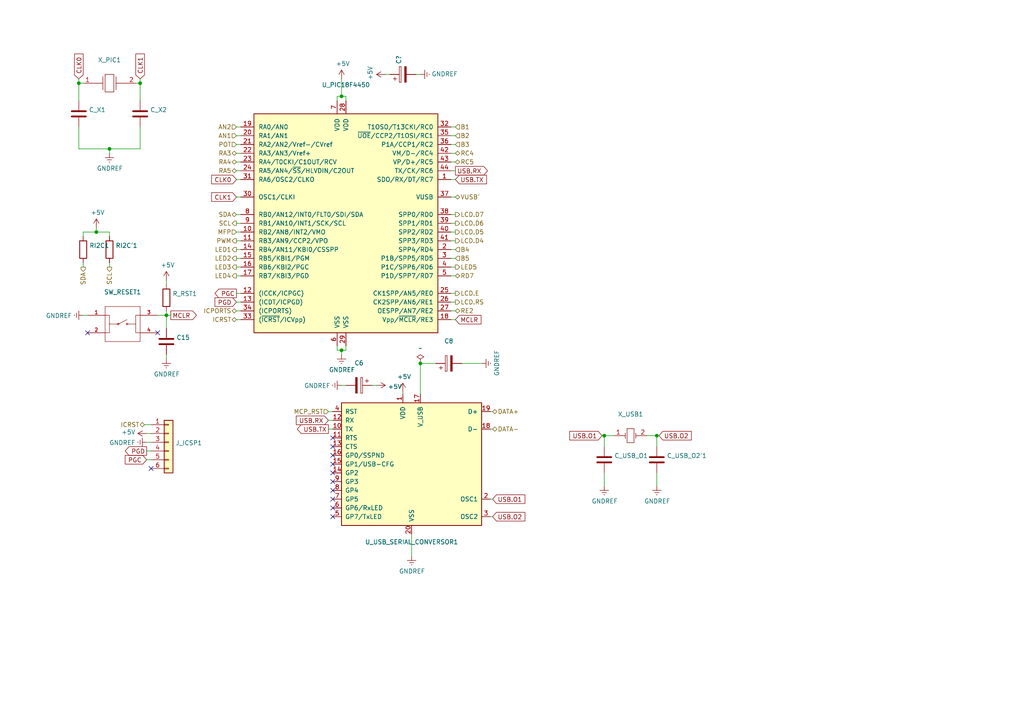
<source format=kicad_sch>
(kicad_sch (version 20211123) (generator eeschema)

  (uuid 272c2a78-b5f5-4b61-aed3-ec69e0e92729)

  (paper "A4")

  (lib_symbols
    (symbol "Connector_Generic:Conn_01x06" (pin_names (offset 1.016) hide) (in_bom yes) (on_board yes)
      (property "Reference" "J" (id 0) (at 0 7.62 0)
        (effects (font (size 1.27 1.27)))
      )
      (property "Value" "Conn_01x06" (id 1) (at 0 -10.16 0)
        (effects (font (size 1.27 1.27)))
      )
      (property "Footprint" "" (id 2) (at 0 0 0)
        (effects (font (size 1.27 1.27)) hide)
      )
      (property "Datasheet" "~" (id 3) (at 0 0 0)
        (effects (font (size 1.27 1.27)) hide)
      )
      (property "ki_keywords" "connector" (id 4) (at 0 0 0)
        (effects (font (size 1.27 1.27)) hide)
      )
      (property "ki_description" "Generic connector, single row, 01x06, script generated (kicad-library-utils/schlib/autogen/connector/)" (id 5) (at 0 0 0)
        (effects (font (size 1.27 1.27)) hide)
      )
      (property "ki_fp_filters" "Connector*:*_1x??_*" (id 6) (at 0 0 0)
        (effects (font (size 1.27 1.27)) hide)
      )
      (symbol "Conn_01x06_1_1"
        (rectangle (start -1.27 -7.493) (end 0 -7.747)
          (stroke (width 0.1524) (type default) (color 0 0 0 0))
          (fill (type none))
        )
        (rectangle (start -1.27 -4.953) (end 0 -5.207)
          (stroke (width 0.1524) (type default) (color 0 0 0 0))
          (fill (type none))
        )
        (rectangle (start -1.27 -2.413) (end 0 -2.667)
          (stroke (width 0.1524) (type default) (color 0 0 0 0))
          (fill (type none))
        )
        (rectangle (start -1.27 0.127) (end 0 -0.127)
          (stroke (width 0.1524) (type default) (color 0 0 0 0))
          (fill (type none))
        )
        (rectangle (start -1.27 2.667) (end 0 2.413)
          (stroke (width 0.1524) (type default) (color 0 0 0 0))
          (fill (type none))
        )
        (rectangle (start -1.27 5.207) (end 0 4.953)
          (stroke (width 0.1524) (type default) (color 0 0 0 0))
          (fill (type none))
        )
        (rectangle (start -1.27 6.35) (end 1.27 -8.89)
          (stroke (width 0.254) (type default) (color 0 0 0 0))
          (fill (type background))
        )
        (pin passive line (at -5.08 5.08 0) (length 3.81)
          (name "Pin_1" (effects (font (size 1.27 1.27))))
          (number "1" (effects (font (size 1.27 1.27))))
        )
        (pin passive line (at -5.08 2.54 0) (length 3.81)
          (name "Pin_2" (effects (font (size 1.27 1.27))))
          (number "2" (effects (font (size 1.27 1.27))))
        )
        (pin passive line (at -5.08 0 0) (length 3.81)
          (name "Pin_3" (effects (font (size 1.27 1.27))))
          (number "3" (effects (font (size 1.27 1.27))))
        )
        (pin passive line (at -5.08 -2.54 0) (length 3.81)
          (name "Pin_4" (effects (font (size 1.27 1.27))))
          (number "4" (effects (font (size 1.27 1.27))))
        )
        (pin passive line (at -5.08 -5.08 0) (length 3.81)
          (name "Pin_5" (effects (font (size 1.27 1.27))))
          (number "5" (effects (font (size 1.27 1.27))))
        )
        (pin passive line (at -5.08 -7.62 0) (length 3.81)
          (name "Pin_6" (effects (font (size 1.27 1.27))))
          (number "6" (effects (font (size 1.27 1.27))))
        )
      )
    )
    (symbol "Device:C" (pin_numbers hide) (pin_names (offset 0.254)) (in_bom yes) (on_board yes)
      (property "Reference" "C" (id 0) (at 0.635 2.54 0)
        (effects (font (size 1.27 1.27)) (justify left))
      )
      (property "Value" "C" (id 1) (at 0.635 -2.54 0)
        (effects (font (size 1.27 1.27)) (justify left))
      )
      (property "Footprint" "" (id 2) (at 0.9652 -3.81 0)
        (effects (font (size 1.27 1.27)) hide)
      )
      (property "Datasheet" "~" (id 3) (at 0 0 0)
        (effects (font (size 1.27 1.27)) hide)
      )
      (property "ki_keywords" "cap capacitor" (id 4) (at 0 0 0)
        (effects (font (size 1.27 1.27)) hide)
      )
      (property "ki_description" "Unpolarized capacitor" (id 5) (at 0 0 0)
        (effects (font (size 1.27 1.27)) hide)
      )
      (property "ki_fp_filters" "C_*" (id 6) (at 0 0 0)
        (effects (font (size 1.27 1.27)) hide)
      )
      (symbol "C_0_1"
        (polyline
          (pts
            (xy -2.032 -0.762)
            (xy 2.032 -0.762)
          )
          (stroke (width 0.508) (type default) (color 0 0 0 0))
          (fill (type none))
        )
        (polyline
          (pts
            (xy -2.032 0.762)
            (xy 2.032 0.762)
          )
          (stroke (width 0.508) (type default) (color 0 0 0 0))
          (fill (type none))
        )
      )
      (symbol "C_1_1"
        (pin passive line (at 0 3.81 270) (length 2.794)
          (name "~" (effects (font (size 1.27 1.27))))
          (number "1" (effects (font (size 1.27 1.27))))
        )
        (pin passive line (at 0 -3.81 90) (length 2.794)
          (name "~" (effects (font (size 1.27 1.27))))
          (number "2" (effects (font (size 1.27 1.27))))
        )
      )
    )
    (symbol "Device:R" (pin_numbers hide) (pin_names (offset 0)) (in_bom yes) (on_board yes)
      (property "Reference" "R" (id 0) (at 2.032 0 90)
        (effects (font (size 1.27 1.27)))
      )
      (property "Value" "R" (id 1) (at 0 0 90)
        (effects (font (size 1.27 1.27)))
      )
      (property "Footprint" "" (id 2) (at -1.778 0 90)
        (effects (font (size 1.27 1.27)) hide)
      )
      (property "Datasheet" "~" (id 3) (at 0 0 0)
        (effects (font (size 1.27 1.27)) hide)
      )
      (property "ki_keywords" "R res resistor" (id 4) (at 0 0 0)
        (effects (font (size 1.27 1.27)) hide)
      )
      (property "ki_description" "Resistor" (id 5) (at 0 0 0)
        (effects (font (size 1.27 1.27)) hide)
      )
      (property "ki_fp_filters" "R_*" (id 6) (at 0 0 0)
        (effects (font (size 1.27 1.27)) hide)
      )
      (symbol "R_0_1"
        (rectangle (start -1.016 -2.54) (end 1.016 2.54)
          (stroke (width 0.254) (type default) (color 0 0 0 0))
          (fill (type none))
        )
      )
      (symbol "R_1_1"
        (pin passive line (at 0 3.81 270) (length 1.27)
          (name "~" (effects (font (size 1.27 1.27))))
          (number "1" (effects (font (size 1.27 1.27))))
        )
        (pin passive line (at 0 -3.81 90) (length 1.27)
          (name "~" (effects (font (size 1.27 1.27))))
          (number "2" (effects (font (size 1.27 1.27))))
        )
      )
    )
    (symbol "Interface_USB:MCP2200-I-SO" (pin_names (offset 1.016)) (in_bom yes) (on_board yes)
      (property "Reference" "U" (id 0) (at -20.32 -19.05 0)
        (effects (font (size 1.27 1.27)) (justify left))
      )
      (property "Value" "MCP2200-I-SO" (id 1) (at -20.32 19.05 0)
        (effects (font (size 1.27 1.27)) (justify left))
      )
      (property "Footprint" "Package_SO:SOIC-20W_7.5x12.8mm_P1.27mm" (id 2) (at 0 -29.21 0)
        (effects (font (size 1.27 1.27)) hide)
      )
      (property "Datasheet" "http://ww1.microchip.com/downloads/en/DeviceDoc/200022228D.pdf" (id 3) (at 0 -25.4 0)
        (effects (font (size 1.27 1.27)) hide)
      )
      (property "ki_keywords" "USB UART Converter" (id 4) (at 0 0 0)
        (effects (font (size 1.27 1.27)) hide)
      )
      (property "ki_description" "USB 2.0 to UART Protocol Converter with GPIO, SOIC-20" (id 5) (at 0 0 0)
        (effects (font (size 1.27 1.27)) hide)
      )
      (property "ki_fp_filters" "SOIC*20*7.5x12.8mm*P1.27mm*" (id 6) (at 0 0 0)
        (effects (font (size 1.27 1.27)) hide)
      )
      (symbol "MCP2200-I-SO_0_1"
        (rectangle (start -20.32 17.78) (end 20.32 -17.78)
          (stroke (width 0.254) (type default) (color 0 0 0 0))
          (fill (type background))
        )
      )
      (symbol "MCP2200-I-SO_1_1"
        (pin power_in line (at -2.54 20.32 270) (length 2.54)
          (name "VDD" (effects (font (size 1.27 1.27))))
          (number "1" (effects (font (size 1.27 1.27))))
        )
        (pin output line (at -22.86 10.16 0) (length 2.54)
          (name "TX" (effects (font (size 1.27 1.27))))
          (number "10" (effects (font (size 1.27 1.27))))
        )
        (pin output line (at -22.86 7.62 0) (length 2.54)
          (name "RTS" (effects (font (size 1.27 1.27))))
          (number "11" (effects (font (size 1.27 1.27))))
        )
        (pin input line (at -22.86 12.7 0) (length 2.54)
          (name "RX" (effects (font (size 1.27 1.27))))
          (number "12" (effects (font (size 1.27 1.27))))
        )
        (pin input line (at -22.86 5.08 0) (length 2.54)
          (name "CTS" (effects (font (size 1.27 1.27))))
          (number "13" (effects (font (size 1.27 1.27))))
        )
        (pin bidirectional line (at -22.86 -2.54 0) (length 2.54)
          (name "GP2" (effects (font (size 1.27 1.27))))
          (number "14" (effects (font (size 1.27 1.27))))
        )
        (pin bidirectional line (at -22.86 0 0) (length 2.54)
          (name "GP1/USB-CFG" (effects (font (size 1.27 1.27))))
          (number "15" (effects (font (size 1.27 1.27))))
        )
        (pin bidirectional line (at -22.86 2.54 0) (length 2.54)
          (name "GP0/SSPND" (effects (font (size 1.27 1.27))))
          (number "16" (effects (font (size 1.27 1.27))))
        )
        (pin power_in line (at 2.54 20.32 270) (length 2.54)
          (name "V_USB" (effects (font (size 1.27 1.27))))
          (number "17" (effects (font (size 1.27 1.27))))
        )
        (pin bidirectional line (at 22.86 10.16 180) (length 2.54)
          (name "D-" (effects (font (size 1.27 1.27))))
          (number "18" (effects (font (size 1.27 1.27))))
        )
        (pin bidirectional line (at 22.86 15.24 180) (length 2.54)
          (name "D+" (effects (font (size 1.27 1.27))))
          (number "19" (effects (font (size 1.27 1.27))))
        )
        (pin input line (at 22.86 -10.16 180) (length 2.54)
          (name "OSC1" (effects (font (size 1.27 1.27))))
          (number "2" (effects (font (size 1.27 1.27))))
        )
        (pin power_in line (at 0 -20.32 90) (length 2.54)
          (name "VSS" (effects (font (size 1.27 1.27))))
          (number "20" (effects (font (size 1.27 1.27))))
        )
        (pin output line (at 22.86 -15.24 180) (length 2.54)
          (name "OSC2" (effects (font (size 1.27 1.27))))
          (number "3" (effects (font (size 1.27 1.27))))
        )
        (pin input line (at -22.86 15.24 0) (length 2.54)
          (name "RST" (effects (font (size 1.27 1.27))))
          (number "4" (effects (font (size 1.27 1.27))))
        )
        (pin bidirectional line (at -22.86 -15.24 0) (length 2.54)
          (name "GP7/TxLED" (effects (font (size 1.27 1.27))))
          (number "5" (effects (font (size 1.27 1.27))))
        )
        (pin bidirectional line (at -22.86 -12.7 0) (length 2.54)
          (name "GP6/RxLED" (effects (font (size 1.27 1.27))))
          (number "6" (effects (font (size 1.27 1.27))))
        )
        (pin bidirectional line (at -22.86 -10.16 0) (length 2.54)
          (name "GP5" (effects (font (size 1.27 1.27))))
          (number "7" (effects (font (size 1.27 1.27))))
        )
        (pin bidirectional line (at -22.86 -7.62 0) (length 2.54)
          (name "GP4" (effects (font (size 1.27 1.27))))
          (number "8" (effects (font (size 1.27 1.27))))
        )
        (pin bidirectional line (at -22.86 -5.08 0) (length 2.54)
          (name "GP3" (effects (font (size 1.27 1.27))))
          (number "9" (effects (font (size 1.27 1.27))))
        )
      )
    )
    (symbol "MCU_Microchip_PIC18:PIC18F4550-IPT" (pin_names (offset 1.27)) (in_bom yes) (on_board yes)
      (property "Reference" "U" (id 0) (at -25.4 33.02 0)
        (effects (font (size 1.27 1.27)))
      )
      (property "Value" "PIC18F4550-IPT" (id 1) (at 16.51 -33.02 0)
        (effects (font (size 1.27 1.27)))
      )
      (property "Footprint" "Package_QFP:TQFP-44_10x10mm_P0.8mm" (id 2) (at 0 5.08 0)
        (effects (font (size 1.27 1.27) italic) hide)
      )
      (property "Datasheet" "http://ww1.microchip.com/downloads/en/DeviceDoc/39760d.pdf" (id 3) (at 0 -6.35 0)
        (effects (font (size 1.27 1.27)) hide)
      )
      (property "ki_keywords" "Flash-Based 8-Bit Microcontroller XLP" (id 4) (at 0 0 0)
        (effects (font (size 1.27 1.27)) hide)
      )
      (property "ki_description" "32K Flash, 2K SRAM, 256 EEPROM, USB, nanoWatt XLP, TQFP44" (id 5) (at 0 0 0)
        (effects (font (size 1.27 1.27)) hide)
      )
      (property "ki_fp_filters" "TQFP*10x10mm*P0.8mm*" (id 6) (at 0 0 0)
        (effects (font (size 1.27 1.27)) hide)
      )
      (symbol "PIC18F4550-IPT_0_1"
        (rectangle (start -26.67 31.75) (end 26.67 -31.75)
          (stroke (width 0.254) (type default) (color 0 0 0 0))
          (fill (type background))
        )
      )
      (symbol "PIC18F4550-IPT_1_1"
        (pin bidirectional line (at 30.48 12.7 180) (length 3.81)
          (name "SDO/RX/DT/RC7" (effects (font (size 1.27 1.27))))
          (number "1" (effects (font (size 1.27 1.27))))
        )
        (pin bidirectional line (at -30.48 -2.54 0) (length 3.81)
          (name "RB2/AN8/INT2/VMO" (effects (font (size 1.27 1.27))))
          (number "10" (effects (font (size 1.27 1.27))))
        )
        (pin bidirectional line (at -30.48 -5.08 0) (length 3.81)
          (name "RB3/AN9/CCP2/VPO" (effects (font (size 1.27 1.27))))
          (number "11" (effects (font (size 1.27 1.27))))
        )
        (pin bidirectional line (at -30.48 -20.32 0) (length 3.81)
          (name "(ICCK/ICPGC)" (effects (font (size 1.27 1.27))))
          (number "12" (effects (font (size 1.27 1.27))))
        )
        (pin bidirectional line (at -30.48 -22.86 0) (length 3.81)
          (name "(ICDT/ICPGD)" (effects (font (size 1.27 1.27))))
          (number "13" (effects (font (size 1.27 1.27))))
        )
        (pin bidirectional line (at -30.48 -7.62 0) (length 3.81)
          (name "RB4/AN11/KBI0/CSSPP" (effects (font (size 1.27 1.27))))
          (number "14" (effects (font (size 1.27 1.27))))
        )
        (pin bidirectional line (at -30.48 -10.16 0) (length 3.81)
          (name "RB5/KBI1/PGM" (effects (font (size 1.27 1.27))))
          (number "15" (effects (font (size 1.27 1.27))))
        )
        (pin bidirectional line (at -30.48 -12.7 0) (length 3.81)
          (name "RB6/KBI2/PGC" (effects (font (size 1.27 1.27))))
          (number "16" (effects (font (size 1.27 1.27))))
        )
        (pin bidirectional line (at -30.48 -15.24 0) (length 3.81)
          (name "RB7/KBI3/PGD" (effects (font (size 1.27 1.27))))
          (number "17" (effects (font (size 1.27 1.27))))
        )
        (pin input line (at 30.48 -27.94 180) (length 3.81)
          (name "Vpp/~{MCLR}/RE3" (effects (font (size 1.27 1.27))))
          (number "18" (effects (font (size 1.27 1.27))))
        )
        (pin bidirectional line (at -30.48 27.94 0) (length 3.81)
          (name "RA0/AN0" (effects (font (size 1.27 1.27))))
          (number "19" (effects (font (size 1.27 1.27))))
        )
        (pin bidirectional line (at 30.48 -7.62 180) (length 3.81)
          (name "SPP4/RD4" (effects (font (size 1.27 1.27))))
          (number "2" (effects (font (size 1.27 1.27))))
        )
        (pin bidirectional line (at -30.48 25.4 0) (length 3.81)
          (name "RA1/AN1" (effects (font (size 1.27 1.27))))
          (number "20" (effects (font (size 1.27 1.27))))
        )
        (pin bidirectional line (at -30.48 22.86 0) (length 3.81)
          (name "RA2/AN2/Vref-/CVref" (effects (font (size 1.27 1.27))))
          (number "21" (effects (font (size 1.27 1.27))))
        )
        (pin bidirectional line (at -30.48 20.32 0) (length 3.81)
          (name "RA3/AN3/Vref+" (effects (font (size 1.27 1.27))))
          (number "22" (effects (font (size 1.27 1.27))))
        )
        (pin bidirectional line (at -30.48 17.78 0) (length 3.81)
          (name "RA4/T0CKI/C1OUT/RCV" (effects (font (size 1.27 1.27))))
          (number "23" (effects (font (size 1.27 1.27))))
        )
        (pin bidirectional line (at -30.48 15.24 0) (length 3.81)
          (name "RA5/AN4/~{SS}/HLVDIN/C2OUT" (effects (font (size 1.27 1.27))))
          (number "24" (effects (font (size 1.27 1.27))))
        )
        (pin bidirectional line (at 30.48 -20.32 180) (length 3.81)
          (name "CK1SPP/AN5/RE0" (effects (font (size 1.27 1.27))))
          (number "25" (effects (font (size 1.27 1.27))))
        )
        (pin bidirectional line (at 30.48 -22.86 180) (length 3.81)
          (name "CK2SPP/AN6/RE1" (effects (font (size 1.27 1.27))))
          (number "26" (effects (font (size 1.27 1.27))))
        )
        (pin bidirectional line (at 30.48 -25.4 180) (length 3.81)
          (name "OESPP/AN7/RE2" (effects (font (size 1.27 1.27))))
          (number "27" (effects (font (size 1.27 1.27))))
        )
        (pin power_in line (at 0 35.56 270) (length 3.81)
          (name "VDD" (effects (font (size 1.27 1.27))))
          (number "28" (effects (font (size 1.27 1.27))))
        )
        (pin power_in line (at 0 -35.56 90) (length 3.81)
          (name "VSS" (effects (font (size 1.27 1.27))))
          (number "29" (effects (font (size 1.27 1.27))))
        )
        (pin bidirectional line (at 30.48 -10.16 180) (length 3.81)
          (name "P1B/SPP5/RD5" (effects (font (size 1.27 1.27))))
          (number "3" (effects (font (size 1.27 1.27))))
        )
        (pin input line (at -30.48 7.62 0) (length 3.81)
          (name "OSC1/CLKI" (effects (font (size 1.27 1.27))))
          (number "30" (effects (font (size 1.27 1.27))))
        )
        (pin output line (at -30.48 12.7 0) (length 3.81)
          (name "RA6/OSC2/CLKO" (effects (font (size 1.27 1.27))))
          (number "31" (effects (font (size 1.27 1.27))))
        )
        (pin bidirectional line (at 30.48 27.94 180) (length 3.81)
          (name "T1OSO/T13CKI/RC0" (effects (font (size 1.27 1.27))))
          (number "32" (effects (font (size 1.27 1.27))))
        )
        (pin input line (at -30.48 -27.94 0) (length 3.81)
          (name "(~{ICRST}/ICVpp)" (effects (font (size 1.27 1.27))))
          (number "33" (effects (font (size 1.27 1.27))))
        )
        (pin bidirectional line (at -30.48 -25.4 0) (length 3.81)
          (name "(ICPORTS)" (effects (font (size 1.27 1.27))))
          (number "34" (effects (font (size 1.27 1.27))))
        )
        (pin bidirectional line (at 30.48 25.4 180) (length 3.81)
          (name "~{UOE}/CCP2/T1OSI/RC1" (effects (font (size 1.27 1.27))))
          (number "35" (effects (font (size 1.27 1.27))))
        )
        (pin bidirectional line (at 30.48 22.86 180) (length 3.81)
          (name "P1A/CCP1/RC2" (effects (font (size 1.27 1.27))))
          (number "36" (effects (font (size 1.27 1.27))))
        )
        (pin bidirectional line (at 30.48 7.62 180) (length 3.81)
          (name "VUSB" (effects (font (size 1.27 1.27))))
          (number "37" (effects (font (size 1.27 1.27))))
        )
        (pin bidirectional line (at 30.48 2.54 180) (length 3.81)
          (name "SPP0/RD0" (effects (font (size 1.27 1.27))))
          (number "38" (effects (font (size 1.27 1.27))))
        )
        (pin bidirectional line (at 30.48 0 180) (length 3.81)
          (name "SPP1/RD1" (effects (font (size 1.27 1.27))))
          (number "39" (effects (font (size 1.27 1.27))))
        )
        (pin bidirectional line (at 30.48 -12.7 180) (length 3.81)
          (name "P1C/SPP6/RD6" (effects (font (size 1.27 1.27))))
          (number "4" (effects (font (size 1.27 1.27))))
        )
        (pin bidirectional line (at 30.48 -2.54 180) (length 3.81)
          (name "SPP2/RD2" (effects (font (size 1.27 1.27))))
          (number "40" (effects (font (size 1.27 1.27))))
        )
        (pin bidirectional line (at 30.48 -5.08 180) (length 3.81)
          (name "SPP3/RD3" (effects (font (size 1.27 1.27))))
          (number "41" (effects (font (size 1.27 1.27))))
        )
        (pin bidirectional line (at 30.48 20.32 180) (length 3.81)
          (name "VM/D-/RC4" (effects (font (size 1.27 1.27))))
          (number "42" (effects (font (size 1.27 1.27))))
        )
        (pin bidirectional line (at 30.48 17.78 180) (length 3.81)
          (name "VP/D+/RC5" (effects (font (size 1.27 1.27))))
          (number "43" (effects (font (size 1.27 1.27))))
        )
        (pin bidirectional line (at 30.48 15.24 180) (length 3.81)
          (name "TX/CK/RC6" (effects (font (size 1.27 1.27))))
          (number "44" (effects (font (size 1.27 1.27))))
        )
        (pin bidirectional line (at 30.48 -15.24 180) (length 3.81)
          (name "P1D/SPP7/RD7" (effects (font (size 1.27 1.27))))
          (number "5" (effects (font (size 1.27 1.27))))
        )
        (pin power_in line (at -2.54 -35.56 90) (length 3.81)
          (name "VSS" (effects (font (size 1.27 1.27))))
          (number "6" (effects (font (size 1.27 1.27))))
        )
        (pin power_in line (at -2.54 35.56 270) (length 3.81)
          (name "VDD" (effects (font (size 1.27 1.27))))
          (number "7" (effects (font (size 1.27 1.27))))
        )
        (pin bidirectional line (at -30.48 2.54 0) (length 3.81)
          (name "RB0/AN12/INT0/FLT0/SDI/SDA" (effects (font (size 1.27 1.27))))
          (number "8" (effects (font (size 1.27 1.27))))
        )
        (pin bidirectional line (at -30.48 0 0) (length 3.81)
          (name "RB1/AN10/INT1/SCK/SCL" (effects (font (size 1.27 1.27))))
          (number "9" (effects (font (size 1.27 1.27))))
        )
      )
    )
    (symbol "PBLE Library:1825910-6" (pin_names (offset 1.016) hide) (in_bom yes) (on_board yes)
      (property "Reference" "SW" (id 0) (at -5.08 5.842 0)
        (effects (font (size 1.27 1.27)) (justify left bottom))
      )
      (property "Value" "1825910-6" (id 1) (at -5.08 -7.62 0)
        (effects (font (size 1.27 1.27)) (justify left bottom))
      )
      (property "Footprint" "SW_1825910-6-4" (id 2) (at 0 0 0)
        (effects (font (size 1.27 1.27)) (justify left bottom) hide)
      )
      (property "Datasheet" "" (id 3) (at 0 0 0)
        (effects (font (size 1.27 1.27)) (justify left bottom) hide)
      )
      (property "Configuration_Pole-Throw" "Single Pole - Single Throw" (id 4) (at 0 0 0)
        (effects (font (size 1.27 1.27)) (justify left bottom) hide)
      )
      (property "EU_RoHS_Compliance" "Compliant" (id 5) (at 0 0 0)
        (effects (font (size 1.27 1.27)) (justify left bottom) hide)
      )
      (property "Comment" "1825910-6" (id 6) (at 0 0 0)
        (effects (font (size 1.27 1.27)) (justify left bottom) hide)
      )
      (property "Contact_Current_Rating" "50 mA" (id 7) (at 0 0 0)
        (effects (font (size 1.27 1.27)) (justify left bottom) hide)
      )
      (property "ki_locked" "" (id 8) (at 0 0 0)
        (effects (font (size 1.27 1.27)))
      )
      (symbol "1825910-6_0_0"
        (circle (center -1.27 0) (radius 0.254)
          (stroke (width 0.127) (type default) (color 0 0 0 0))
          (fill (type none))
        )
        (polyline
          (pts
            (xy -5.08 -5.08)
            (xy 5.08 -5.08)
          )
          (stroke (width 0.127) (type default) (color 0 0 0 0))
          (fill (type none))
        )
        (polyline
          (pts
            (xy -5.08 -2.54)
            (xy -5.08 -5.08)
          )
          (stroke (width 0.127) (type default) (color 0 0 0 0))
          (fill (type none))
        )
        (polyline
          (pts
            (xy -5.08 2.54)
            (xy -5.08 -2.54)
          )
          (stroke (width 0.127) (type default) (color 0 0 0 0))
          (fill (type none))
        )
        (polyline
          (pts
            (xy -5.08 2.54)
            (xy -3.81 2.54)
          )
          (stroke (width 0.127) (type default) (color 0 0 0 0))
          (fill (type none))
        )
        (polyline
          (pts
            (xy -5.08 5.08)
            (xy -5.08 2.54)
          )
          (stroke (width 0.127) (type default) (color 0 0 0 0))
          (fill (type none))
        )
        (polyline
          (pts
            (xy -5.08 5.08)
            (xy 5.08 5.08)
          )
          (stroke (width 0.127) (type default) (color 0 0 0 0))
          (fill (type none))
        )
        (polyline
          (pts
            (xy -3.81 -2.54)
            (xy -5.08 -2.54)
          )
          (stroke (width 0.127) (type default) (color 0 0 0 0))
          (fill (type none))
        )
        (polyline
          (pts
            (xy -3.81 0)
            (xy -3.81 -2.54)
          )
          (stroke (width 0.127) (type default) (color 0 0 0 0))
          (fill (type none))
        )
        (polyline
          (pts
            (xy -3.81 0)
            (xy -1.27 0)
          )
          (stroke (width 0.127) (type default) (color 0 0 0 0))
          (fill (type none))
        )
        (polyline
          (pts
            (xy -3.81 2.54)
            (xy -3.81 0)
          )
          (stroke (width 0.127) (type default) (color 0 0 0 0))
          (fill (type none))
        )
        (polyline
          (pts
            (xy -1.27 0)
            (xy 1.27 1.27)
          )
          (stroke (width 0.127) (type default) (color 0 0 0 0))
          (fill (type none))
        )
        (polyline
          (pts
            (xy 1.27 0)
            (xy 3.81 0)
          )
          (stroke (width 0.127) (type default) (color 0 0 0 0))
          (fill (type none))
        )
        (polyline
          (pts
            (xy 3.81 -2.54)
            (xy 5.08 -2.54)
          )
          (stroke (width 0.127) (type default) (color 0 0 0 0))
          (fill (type none))
        )
        (polyline
          (pts
            (xy 3.81 0)
            (xy 3.81 -2.54)
          )
          (stroke (width 0.127) (type default) (color 0 0 0 0))
          (fill (type none))
        )
        (polyline
          (pts
            (xy 3.81 0)
            (xy 3.81 2.54)
          )
          (stroke (width 0.127) (type default) (color 0 0 0 0))
          (fill (type none))
        )
        (polyline
          (pts
            (xy 3.81 2.54)
            (xy 5.08 2.54)
          )
          (stroke (width 0.127) (type default) (color 0 0 0 0))
          (fill (type none))
        )
        (polyline
          (pts
            (xy 5.08 -2.54)
            (xy 5.08 -5.08)
          )
          (stroke (width 0.127) (type default) (color 0 0 0 0))
          (fill (type none))
        )
        (polyline
          (pts
            (xy 5.08 2.54)
            (xy 5.08 -2.54)
          )
          (stroke (width 0.127) (type default) (color 0 0 0 0))
          (fill (type none))
        )
        (polyline
          (pts
            (xy 5.08 5.08)
            (xy 5.08 2.54)
          )
          (stroke (width 0.127) (type default) (color 0 0 0 0))
          (fill (type none))
        )
        (circle (center 1.27 0) (radius 0.254)
          (stroke (width 0.127) (type default) (color 0 0 0 0))
          (fill (type none))
        )
        (pin passive line (at -10.16 2.54 0) (length 5.08)
          (name "~" (effects (font (size 1.016 1.016))))
          (number "1" (effects (font (size 1.016 1.016))))
        )
        (pin passive line (at -10.16 -2.54 0) (length 5.08)
          (name "~" (effects (font (size 1.016 1.016))))
          (number "2" (effects (font (size 1.016 1.016))))
        )
        (pin passive line (at 10.16 2.54 180) (length 5.08)
          (name "~" (effects (font (size 1.016 1.016))))
          (number "3" (effects (font (size 1.016 1.016))))
        )
        (pin passive line (at 10.16 -2.54 180) (length 5.08)
          (name "~" (effects (font (size 1.016 1.016))))
          (number "4" (effects (font (size 1.016 1.016))))
        )
      )
    )
    (symbol "PBLE Library:ATS12A" (pin_names (offset 1.016)) (in_bom yes) (on_board yes)
      (property "Reference" "X" (id 0) (at -2.286 2.667 0)
        (effects (font (size 1.27 1.27)))
      )
      (property "Value" "ATS12A" (id 1) (at 4.826 -2.54 0)
        (effects (font (size 1.27 1.27)))
      )
      (property "Footprint" "" (id 2) (at -2.286 2.667 0)
        (effects (font (size 1.27 1.27)) hide)
      )
      (property "Datasheet" "" (id 3) (at -2.286 2.667 0)
        (effects (font (size 1.27 1.27)) hide)
      )
      (symbol "ATS12A_0_1"
        (rectangle (start -1.016 -2.032) (end 1.016 2.032)
          (stroke (width 0) (type default) (color 0 0 0 0))
          (fill (type none))
        )
        (polyline
          (pts
            (xy -1.524 0)
            (xy -2.286 0)
          )
          (stroke (width 0) (type default) (color 0 0 0 0))
          (fill (type none))
        )
        (polyline
          (pts
            (xy -1.524 0.762)
            (xy -1.524 -0.762)
          )
          (stroke (width 0) (type default) (color 0 0 0 0))
          (fill (type none))
        )
        (polyline
          (pts
            (xy 1.524 0)
            (xy 2.286 0)
          )
          (stroke (width 0) (type default) (color 0 0 0 0))
          (fill (type none))
        )
        (polyline
          (pts
            (xy 1.524 0.762)
            (xy 1.524 -0.762)
          )
          (stroke (width 0) (type default) (color 0 0 0 0))
          (fill (type none))
        )
      )
      (symbol "ATS12A_1_1"
        (pin passive line (at -4.826 0 0) (length 2.54)
          (name "~" (effects (font (size 1.27 1.27))))
          (number "1" (effects (font (size 1.27 1.27))))
        )
        (pin passive line (at 4.826 0 180) (length 2.54)
          (name "~" (effects (font (size 1.27 1.27))))
          (number "2" (effects (font (size 1.27 1.27))))
        )
      )
    )
    (symbol "PBLE Library:ATS20A" (pin_names (offset 1.016)) (in_bom yes) (on_board yes)
      (property "Reference" "X" (id 0) (at 0 -3.81 0)
        (effects (font (size 1.27 1.27)))
      )
      (property "Value" "ATS20A" (id 1) (at 0 3.81 0)
        (effects (font (size 1.27 1.27)))
      )
      (property "Footprint" "" (id 2) (at 0 -3.81 0)
        (effects (font (size 1.27 1.27)) hide)
      )
      (property "Datasheet" "" (id 3) (at 0 -3.81 0)
        (effects (font (size 1.27 1.27)) hide)
      )
      (symbol "ATS20A_0_1"
        (rectangle (start -1.27 2.54) (end 1.27 -2.54)
          (stroke (width 0) (type default) (color 0 0 0 0))
          (fill (type none))
        )
        (polyline
          (pts
            (xy -1.905 0)
            (xy -5.08 0)
          )
          (stroke (width 0) (type default) (color 0 0 0 0))
          (fill (type none))
        )
        (polyline
          (pts
            (xy -1.905 1.905)
            (xy -1.905 -1.905)
          )
          (stroke (width 0) (type default) (color 0 0 0 0))
          (fill (type none))
        )
        (polyline
          (pts
            (xy 1.905 -1.905)
            (xy 1.905 -1.905)
          )
          (stroke (width 0) (type default) (color 0 0 0 0))
          (fill (type none))
        )
        (polyline
          (pts
            (xy 1.905 1.905)
            (xy 1.905 -1.905)
          )
          (stroke (width 0) (type default) (color 0 0 0 0))
          (fill (type none))
        )
        (polyline
          (pts
            (xy 5.08 0)
            (xy 1.905 0)
          )
          (stroke (width 0) (type default) (color 0 0 0 0))
          (fill (type none))
        )
      )
      (symbol "ATS20A_1_1"
        (pin bidirectional line (at -7.62 0 0) (length 2.54)
          (name "~" (effects (font (size 1.27 1.27))))
          (number "1" (effects (font (size 1.27 1.27))))
        )
        (pin bidirectional line (at 7.62 0 180) (length 2.54)
          (name "~" (effects (font (size 1.27 1.27))))
          (number "2" (effects (font (size 1.27 1.27))))
        )
      )
    )
    (symbol "PBLE-Circuit-rescue:CP-Device" (pin_numbers hide) (pin_names (offset 0.254)) (in_bom yes) (on_board yes)
      (property "Reference" "C" (id 0) (at 0.635 2.54 0)
        (effects (font (size 1.27 1.27)) (justify left))
      )
      (property "Value" "CP-Device" (id 1) (at 0.635 -2.54 0)
        (effects (font (size 1.27 1.27)) (justify left))
      )
      (property "Footprint" "" (id 2) (at 0.9652 -3.81 0)
        (effects (font (size 1.27 1.27)) hide)
      )
      (property "Datasheet" "" (id 3) (at 0 0 0)
        (effects (font (size 1.27 1.27)) hide)
      )
      (property "ki_fp_filters" "CP_*" (id 4) (at 0 0 0)
        (effects (font (size 1.27 1.27)) hide)
      )
      (symbol "CP-Device_0_1"
        (rectangle (start -2.286 0.508) (end 2.286 1.016)
          (stroke (width 0) (type default) (color 0 0 0 0))
          (fill (type none))
        )
        (polyline
          (pts
            (xy -1.778 2.286)
            (xy -0.762 2.286)
          )
          (stroke (width 0) (type default) (color 0 0 0 0))
          (fill (type none))
        )
        (polyline
          (pts
            (xy -1.27 2.794)
            (xy -1.27 1.778)
          )
          (stroke (width 0) (type default) (color 0 0 0 0))
          (fill (type none))
        )
        (rectangle (start 2.286 -0.508) (end -2.286 -1.016)
          (stroke (width 0) (type default) (color 0 0 0 0))
          (fill (type outline))
        )
      )
      (symbol "CP-Device_1_1"
        (pin passive line (at 0 3.81 270) (length 2.794)
          (name "~" (effects (font (size 1.27 1.27))))
          (number "1" (effects (font (size 1.27 1.27))))
        )
        (pin passive line (at 0 -3.81 90) (length 2.794)
          (name "~" (effects (font (size 1.27 1.27))))
          (number "2" (effects (font (size 1.27 1.27))))
        )
      )
    )
    (symbol "power:+5V" (power) (pin_names (offset 0)) (in_bom yes) (on_board yes)
      (property "Reference" "#PWR" (id 0) (at 0 -3.81 0)
        (effects (font (size 1.27 1.27)) hide)
      )
      (property "Value" "+5V" (id 1) (at 0 3.556 0)
        (effects (font (size 1.27 1.27)))
      )
      (property "Footprint" "" (id 2) (at 0 0 0)
        (effects (font (size 1.27 1.27)) hide)
      )
      (property "Datasheet" "" (id 3) (at 0 0 0)
        (effects (font (size 1.27 1.27)) hide)
      )
      (property "ki_keywords" "power-flag" (id 4) (at 0 0 0)
        (effects (font (size 1.27 1.27)) hide)
      )
      (property "ki_description" "Power symbol creates a global label with name \"+5V\"" (id 5) (at 0 0 0)
        (effects (font (size 1.27 1.27)) hide)
      )
      (symbol "+5V_0_1"
        (polyline
          (pts
            (xy -0.762 1.27)
            (xy 0 2.54)
          )
          (stroke (width 0) (type default) (color 0 0 0 0))
          (fill (type none))
        )
        (polyline
          (pts
            (xy 0 0)
            (xy 0 2.54)
          )
          (stroke (width 0) (type default) (color 0 0 0 0))
          (fill (type none))
        )
        (polyline
          (pts
            (xy 0 2.54)
            (xy 0.762 1.27)
          )
          (stroke (width 0) (type default) (color 0 0 0 0))
          (fill (type none))
        )
      )
      (symbol "+5V_1_1"
        (pin power_in line (at 0 0 90) (length 0) hide
          (name "+5V" (effects (font (size 1.27 1.27))))
          (number "1" (effects (font (size 1.27 1.27))))
        )
      )
    )
    (symbol "power:GNDREF" (power) (pin_names (offset 0)) (in_bom yes) (on_board yes)
      (property "Reference" "#PWR" (id 0) (at 0 -6.35 0)
        (effects (font (size 1.27 1.27)) hide)
      )
      (property "Value" "GNDREF" (id 1) (at 0 -3.81 0)
        (effects (font (size 1.27 1.27)))
      )
      (property "Footprint" "" (id 2) (at 0 0 0)
        (effects (font (size 1.27 1.27)) hide)
      )
      (property "Datasheet" "" (id 3) (at 0 0 0)
        (effects (font (size 1.27 1.27)) hide)
      )
      (property "ki_keywords" "power-flag" (id 4) (at 0 0 0)
        (effects (font (size 1.27 1.27)) hide)
      )
      (property "ki_description" "Power symbol creates a global label with name \"GNDREF\" , reference supply ground" (id 5) (at 0 0 0)
        (effects (font (size 1.27 1.27)) hide)
      )
      (symbol "GNDREF_0_1"
        (polyline
          (pts
            (xy -0.635 -1.905)
            (xy 0.635 -1.905)
          )
          (stroke (width 0) (type default) (color 0 0 0 0))
          (fill (type none))
        )
        (polyline
          (pts
            (xy -0.127 -2.54)
            (xy 0.127 -2.54)
          )
          (stroke (width 0) (type default) (color 0 0 0 0))
          (fill (type none))
        )
        (polyline
          (pts
            (xy 0 -1.27)
            (xy 0 0)
          )
          (stroke (width 0) (type default) (color 0 0 0 0))
          (fill (type none))
        )
        (polyline
          (pts
            (xy 1.27 -1.27)
            (xy -1.27 -1.27)
          )
          (stroke (width 0) (type default) (color 0 0 0 0))
          (fill (type none))
        )
      )
      (symbol "GNDREF_1_1"
        (pin power_in line (at 0 0 270) (length 0) hide
          (name "GNDREF" (effects (font (size 1.27 1.27))))
          (number "1" (effects (font (size 1.27 1.27))))
        )
      )
    )
    (symbol "power:PWR_FLAG" (power) (pin_numbers hide) (pin_names (offset 0) hide) (in_bom yes) (on_board yes)
      (property "Reference" "#FLG" (id 0) (at 0 1.905 0)
        (effects (font (size 1.27 1.27)) hide)
      )
      (property "Value" "PWR_FLAG" (id 1) (at 0 3.81 0)
        (effects (font (size 1.27 1.27)))
      )
      (property "Footprint" "" (id 2) (at 0 0 0)
        (effects (font (size 1.27 1.27)) hide)
      )
      (property "Datasheet" "~" (id 3) (at 0 0 0)
        (effects (font (size 1.27 1.27)) hide)
      )
      (property "ki_keywords" "power-flag" (id 4) (at 0 0 0)
        (effects (font (size 1.27 1.27)) hide)
      )
      (property "ki_description" "Special symbol for telling ERC where power comes from" (id 5) (at 0 0 0)
        (effects (font (size 1.27 1.27)) hide)
      )
      (symbol "PWR_FLAG_0_0"
        (pin power_out line (at 0 0 90) (length 0)
          (name "pwr" (effects (font (size 1.27 1.27))))
          (number "1" (effects (font (size 1.27 1.27))))
        )
      )
      (symbol "PWR_FLAG_0_1"
        (polyline
          (pts
            (xy 0 0)
            (xy 0 1.27)
            (xy -1.016 1.905)
            (xy 0 2.54)
            (xy 1.016 1.905)
            (xy 0 1.27)
          )
          (stroke (width 0) (type default) (color 0 0 0 0))
          (fill (type none))
        )
      )
    )
  )

  (junction (at 175.26 126.365) (diameter 0) (color 0 0 0 0)
    (uuid 0e0f9829-27a5-43b2-a0ae-121d3ce72ef4)
  )
  (junction (at 31.75 43.18) (diameter 0) (color 0 0 0 0)
    (uuid 10b20c6b-8045-46d1-a965-0d7dd9a1b5fa)
  )
  (junction (at 22.86 24.13) (diameter 0) (color 0 0 0 0)
    (uuid 1a22eb2d-f625-4371-a918-ff1b97dc8219)
  )
  (junction (at 40.64 24.13) (diameter 0) (color 0 0 0 0)
    (uuid 25c663ff-96b6-4263-a06e-d1829409cf73)
  )
  (junction (at 121.92 105.41) (diameter 0) (color 0 0 0 0)
    (uuid 4f4bd227-fa4c-47f4-ad05-ee16ad4c58c2)
  )
  (junction (at 190.5 126.365) (diameter 0) (color 0 0 0 0)
    (uuid 662bafcb-dcfb-4471-a8a9-f5c777fdf249)
  )
  (junction (at 48.26 91.44) (diameter 0) (color 0 0 0 0)
    (uuid 9cacb6ad-6bbf-4ffe-b0a4-2df24045e046)
  )
  (junction (at 99.06 101.6) (diameter 0) (color 0 0 0 0)
    (uuid b55dabdc-b790-4740-9349-75159cff975a)
  )
  (junction (at 27.94 67.31) (diameter 0) (color 0 0 0 0)
    (uuid b66b83a0-313f-4b03-b851-c6e9577a6eb7)
  )
  (junction (at 99.06 27.94) (diameter 0) (color 0 0 0 0)
    (uuid c15b2f75-2e10-4b71-bebb-e2b872171b92)
  )

  (no_connect (at 96.52 134.62) (uuid 2026567f-be64-41dd-8011-b0897ba0ff2e))
  (no_connect (at 45.72 96.52) (uuid 3fa05934-8ad1-40a9-af5c-98ad298eb412))
  (no_connect (at 96.52 144.78) (uuid 59e09498-d26e-4ba7-b47d-fece2ea7c274))
  (no_connect (at 96.52 132.08) (uuid 77ef8901-6325-4427-901a-4acd9074dd7b))
  (no_connect (at 96.52 142.24) (uuid 7943ed8c-e760-4ace-9c5f-baf5589fae39))
  (no_connect (at 96.52 129.54) (uuid 88a17e56-466a-45e7-9047-7346a507f505))
  (no_connect (at 96.52 149.86) (uuid 9505be36-b21c-4db8-9484-dd0861395d26))
  (no_connect (at 96.52 137.16) (uuid 981ff4de-0330-4757-b746-0cb983df5e7c))
  (no_connect (at 96.52 127) (uuid acf5d924-0760-425a-996c-c1d965700be8))
  (no_connect (at 25.4 96.52) (uuid b7b00984-6ab1-482e-b4b4-67cac44d44da))
  (no_connect (at 43.815 135.89) (uuid e4504518-96e7-4c9e-8457-7273f5a490f1))
  (no_connect (at 96.52 147.32) (uuid ea4f0afc-785b-40cf-8ef1-cbe20404c18b))
  (no_connect (at 96.52 139.7) (uuid fead07ab-5a70-40db-ada8-c72dcc827bfc))

  (wire (pts (xy 99.06 101.6) (xy 100.33 101.6))
    (stroke (width 0) (type default) (color 0 0 0 0))
    (uuid 004b7456-c25a-480f-88f6-723c1bcd9939)
  )
  (wire (pts (xy 96.52 121.92) (xy 95.25 121.92))
    (stroke (width 0) (type default) (color 0 0 0 0))
    (uuid 01024d27-e392-4482-9e67-565b0c294fe8)
  )
  (wire (pts (xy 100.33 101.6) (xy 100.33 100.33))
    (stroke (width 0) (type default) (color 0 0 0 0))
    (uuid 022502e0-e724-4b75-bc35-3c5984dbeb76)
  )
  (wire (pts (xy 41.91 123.19) (xy 43.815 123.19))
    (stroke (width 0) (type default) (color 0 0 0 0))
    (uuid 044de712-d3da-40ed-9c9f-d91ef285c74c)
  )
  (wire (pts (xy 31.75 43.18) (xy 22.86 43.18))
    (stroke (width 0) (type default) (color 0 0 0 0))
    (uuid 082aed28-f9e8-49e7-96ee-b5aa9f0319c7)
  )
  (wire (pts (xy 69.85 62.23) (xy 68.58 62.23))
    (stroke (width 0) (type default) (color 0 0 0 0))
    (uuid 0e32af77-726b-4e11-9f99-2e2484ba9e9b)
  )
  (wire (pts (xy 24.13 76.2) (xy 24.13 77.47))
    (stroke (width 0) (type default) (color 0 0 0 0))
    (uuid 112371bd-7aa2-4b47-b184-50d12afc2534)
  )
  (wire (pts (xy 190.5 126.365) (xy 190.5 129.54))
    (stroke (width 0) (type default) (color 0 0 0 0))
    (uuid 18d3014d-7089-41b5-ab03-53cc0a265580)
  )
  (wire (pts (xy 43.815 130.81) (xy 42.545 130.81))
    (stroke (width 0) (type default) (color 0 0 0 0))
    (uuid 234e1024-0b7f-410c-90bb-bae43af1eb25)
  )
  (wire (pts (xy 130.81 92.71) (xy 132.08 92.71))
    (stroke (width 0) (type default) (color 0 0 0 0))
    (uuid 2a4111b7-8149-4814-9344-3b8119cd75e4)
  )
  (wire (pts (xy 69.85 46.99) (xy 68.58 46.99))
    (stroke (width 0) (type default) (color 0 0 0 0))
    (uuid 311665d9-0fab-4325-8b46-f3638bf521df)
  )
  (wire (pts (xy 69.85 44.45) (xy 68.58 44.45))
    (stroke (width 0) (type default) (color 0 0 0 0))
    (uuid 3198b8ca-7d11-4e0c-89a4-c173f9fcf724)
  )
  (wire (pts (xy 130.81 67.31) (xy 132.08 67.31))
    (stroke (width 0) (type default) (color 0 0 0 0))
    (uuid 348dc703-3cab-4547-b664-e8b335a6083c)
  )
  (wire (pts (xy 116.84 113.665) (xy 116.84 114.3))
    (stroke (width 0) (type default) (color 0 0 0 0))
    (uuid 34a11a07-8b7f-45d2-96e3-89fd43e62756)
  )
  (wire (pts (xy 40.64 24.13) (xy 40.64 29.21))
    (stroke (width 0) (type default) (color 0 0 0 0))
    (uuid 34ce7009-187e-4541-a14e-708b3a2903d9)
  )
  (wire (pts (xy 130.81 52.07) (xy 132.08 52.07))
    (stroke (width 0) (type default) (color 0 0 0 0))
    (uuid 3656bb3f-f8a4-4f3a-8e9a-ec6203c87a56)
  )
  (wire (pts (xy 24.13 68.58) (xy 24.13 67.31))
    (stroke (width 0) (type default) (color 0 0 0 0))
    (uuid 386faf3f-2adf-472a-84bf-bd511edf2429)
  )
  (wire (pts (xy 130.81 90.17) (xy 132.08 90.17))
    (stroke (width 0) (type default) (color 0 0 0 0))
    (uuid 3c121a93-b189-409b-a104-2bdd37ff0b51)
  )
  (wire (pts (xy 69.85 49.53) (xy 68.58 49.53))
    (stroke (width 0) (type default) (color 0 0 0 0))
    (uuid 3c3e06bd-c8bb-4ec8-84e0-f7f9437909b3)
  )
  (wire (pts (xy 69.85 87.63) (xy 68.58 87.63))
    (stroke (width 0) (type default) (color 0 0 0 0))
    (uuid 3d416885-b8b5-4f5c-bc29-39c6376095e8)
  )
  (wire (pts (xy 130.81 74.93) (xy 132.08 74.93))
    (stroke (width 0) (type default) (color 0 0 0 0))
    (uuid 3f1ab70d-3263-42b5-9c61-0360188ff2b7)
  )
  (wire (pts (xy 190.5 126.365) (xy 191.135 126.365))
    (stroke (width 0) (type default) (color 0 0 0 0))
    (uuid 3f96e159-1f3b-4ee7-a46e-e60d78f2137a)
  )
  (wire (pts (xy 175.26 126.365) (xy 175.26 129.54))
    (stroke (width 0) (type default) (color 0 0 0 0))
    (uuid 42ecdba3-f348-4384-8d4b-cd21e56f3613)
  )
  (wire (pts (xy 97.79 101.6) (xy 99.06 101.6))
    (stroke (width 0) (type default) (color 0 0 0 0))
    (uuid 42f10020-b50a-4739-a546-6b63e441c980)
  )
  (wire (pts (xy 48.26 95.25) (xy 48.26 91.44))
    (stroke (width 0) (type default) (color 0 0 0 0))
    (uuid 469f89fd-f629-46b7-b106-a0088168c9ec)
  )
  (wire (pts (xy 142.24 119.38) (xy 142.875 119.38))
    (stroke (width 0) (type default) (color 0 0 0 0))
    (uuid 47993d80-a37e-426e-90c9-fd54b49ed166)
  )
  (wire (pts (xy 97.79 101.6) (xy 97.79 100.33))
    (stroke (width 0) (type default) (color 0 0 0 0))
    (uuid 49fec31e-3712-4229-8142-b191d90a97d0)
  )
  (wire (pts (xy 69.85 74.93) (xy 68.58 74.93))
    (stroke (width 0) (type default) (color 0 0 0 0))
    (uuid 4d967454-338c-4b89-8534-9457e15bf2f2)
  )
  (wire (pts (xy 130.81 36.83) (xy 132.08 36.83))
    (stroke (width 0) (type default) (color 0 0 0 0))
    (uuid 4f2f68c4-6fa0-45ce-b5c2-e911daddcd12)
  )
  (wire (pts (xy 96.52 119.38) (xy 95.25 119.38))
    (stroke (width 0) (type default) (color 0 0 0 0))
    (uuid 54093c93-5e7e-4c8d-8d94-40c077747c12)
  )
  (wire (pts (xy 120.65 21.59) (xy 121.92 21.59))
    (stroke (width 0) (type default) (color 0 0 0 0))
    (uuid 56d2bc5d-fd72-4542-ab0f-053a5fd60efa)
  )
  (wire (pts (xy 40.64 36.83) (xy 40.64 43.18))
    (stroke (width 0) (type default) (color 0 0 0 0))
    (uuid 58cc7831-f944-4d33-8c61-2fd5bebc61e0)
  )
  (wire (pts (xy 22.86 24.13) (xy 22.86 29.21))
    (stroke (width 0) (type default) (color 0 0 0 0))
    (uuid 59f60168-cced-43c9-aaa5-41a1a8a2f631)
  )
  (wire (pts (xy 31.75 76.2) (xy 31.75 77.47))
    (stroke (width 0) (type default) (color 0 0 0 0))
    (uuid 5c32b099-dba7-4228-8a5e-c2156f635ce2)
  )
  (wire (pts (xy 48.26 91.44) (xy 48.26 90.17))
    (stroke (width 0) (type default) (color 0 0 0 0))
    (uuid 5eb16f0d-ef1e-4549-97a1-19cd06ad7236)
  )
  (wire (pts (xy 69.85 67.31) (xy 68.58 67.31))
    (stroke (width 0) (type default) (color 0 0 0 0))
    (uuid 5eedf685-0df3-4da8-aded-0e6ed1cb2507)
  )
  (wire (pts (xy 100.33 27.94) (xy 100.33 29.21))
    (stroke (width 0) (type default) (color 0 0 0 0))
    (uuid 62f15a9a-9893-486e-9ad0-ea43f88fc9e7)
  )
  (wire (pts (xy 121.92 105.41) (xy 121.92 114.3))
    (stroke (width 0) (type default) (color 0 0 0 0))
    (uuid 6316acb7-63a1-40e7-8695-2822d4a240b5)
  )
  (wire (pts (xy 45.72 91.44) (xy 48.26 91.44))
    (stroke (width 0) (type default) (color 0 0 0 0))
    (uuid 653e74f0-0a40-4ab5-8f5c-787bbaf1d723)
  )
  (wire (pts (xy 130.81 41.91) (xy 132.08 41.91))
    (stroke (width 0) (type default) (color 0 0 0 0))
    (uuid 692d87e9-6b70-46cc-9c78-b75193a484cc)
  )
  (wire (pts (xy 142.24 144.78) (xy 142.875 144.78))
    (stroke (width 0) (type default) (color 0 0 0 0))
    (uuid 6b6d35dc-fa1d-46c5-87c0-b0652011059d)
  )
  (wire (pts (xy 69.85 90.17) (xy 68.58 90.17))
    (stroke (width 0) (type default) (color 0 0 0 0))
    (uuid 6b8ac91e-9d2b-49db-8a80-1da009ad1c5e)
  )
  (wire (pts (xy 133.985 105.41) (xy 139.7 105.41))
    (stroke (width 0) (type default) (color 0 0 0 0))
    (uuid 6ce41a48-c5e2-4d5f-8548-1c7b5c309a8a)
  )
  (wire (pts (xy 130.81 44.45) (xy 132.08 44.45))
    (stroke (width 0) (type default) (color 0 0 0 0))
    (uuid 6f5a9f10-1b2c-4916-b4e5-cb5bd0f851a0)
  )
  (wire (pts (xy 22.86 24.13) (xy 22.86 22.86))
    (stroke (width 0) (type default) (color 0 0 0 0))
    (uuid 6ff9bb63-d6fd-4e32-bb60-7ac65509c2e9)
  )
  (wire (pts (xy 24.13 67.31) (xy 27.94 67.31))
    (stroke (width 0) (type default) (color 0 0 0 0))
    (uuid 72366acb-6c86-4134-89df-01ed6e4dc8e0)
  )
  (wire (pts (xy 97.79 27.94) (xy 99.06 27.94))
    (stroke (width 0) (type default) (color 0 0 0 0))
    (uuid 7273dd21-e834-41d3-b279-d7de727709ca)
  )
  (wire (pts (xy 27.94 67.31) (xy 27.94 66.04))
    (stroke (width 0) (type default) (color 0 0 0 0))
    (uuid 7274c82d-0cb9-47de-b093-7d848f491410)
  )
  (wire (pts (xy 175.26 126.365) (xy 178.054 126.365))
    (stroke (width 0) (type default) (color 0 0 0 0))
    (uuid 77aa6db5-9b8d-4983-b88e-30fe5af25975)
  )
  (wire (pts (xy 130.81 69.85) (xy 132.08 69.85))
    (stroke (width 0) (type default) (color 0 0 0 0))
    (uuid 7d2eba81-aa80-4257-a5a7-9a6179da897e)
  )
  (wire (pts (xy 119.38 154.94) (xy 119.38 161.29))
    (stroke (width 0) (type default) (color 0 0 0 0))
    (uuid 7de6564c-7ad6-4d57-a54c-8d2835ff5cdc)
  )
  (wire (pts (xy 69.85 85.09) (xy 68.58 85.09))
    (stroke (width 0) (type default) (color 0 0 0 0))
    (uuid 7eb32ed1-4320-49ba-8487-1c88e4824fe3)
  )
  (wire (pts (xy 68.58 41.91) (xy 69.85 41.91))
    (stroke (width 0) (type default) (color 0 0 0 0))
    (uuid 81b95d0d-8967-4ed1-8d40-39925d015ae8)
  )
  (wire (pts (xy 43.815 125.73) (xy 42.545 125.73))
    (stroke (width 0) (type default) (color 0 0 0 0))
    (uuid 83e349fb-6338-43f9-ad3f-2e7f4b8bb4a9)
  )
  (wire (pts (xy 69.85 64.77) (xy 68.58 64.77))
    (stroke (width 0) (type default) (color 0 0 0 0))
    (uuid 8a427111-6480-4b0c-b097-d8b6a0ee1819)
  )
  (wire (pts (xy 99.06 111.76) (xy 100.33 111.76))
    (stroke (width 0) (type default) (color 0 0 0 0))
    (uuid 8cb5a828-8cef-4784-b78d-175b49646952)
  )
  (wire (pts (xy 68.58 36.83) (xy 69.85 36.83))
    (stroke (width 0) (type default) (color 0 0 0 0))
    (uuid 8ef1307e-4e79-474d-a93c-be38f714571c)
  )
  (wire (pts (xy 69.85 72.39) (xy 68.58 72.39))
    (stroke (width 0) (type default) (color 0 0 0 0))
    (uuid 90fd611c-300b-48cf-a7c4-0d604953cd00)
  )
  (wire (pts (xy 130.81 77.47) (xy 132.08 77.47))
    (stroke (width 0) (type default) (color 0 0 0 0))
    (uuid 94c3d0e3-d7fb-421d-bbb4-5c800d76c809)
  )
  (wire (pts (xy 130.81 80.01) (xy 132.08 80.01))
    (stroke (width 0) (type default) (color 0 0 0 0))
    (uuid 9a595c4c-9ac1-4ae3-8ff3-1b7f2281a894)
  )
  (wire (pts (xy 130.81 87.63) (xy 132.08 87.63))
    (stroke (width 0) (type default) (color 0 0 0 0))
    (uuid 9b07d532-5f76-4469-8dbf-25ac27eef589)
  )
  (wire (pts (xy 40.64 43.18) (xy 31.75 43.18))
    (stroke (width 0) (type default) (color 0 0 0 0))
    (uuid 9de304ba-fba7-4896-b969-9d87a3522d74)
  )
  (wire (pts (xy 48.26 82.55) (xy 48.26 81.28))
    (stroke (width 0) (type default) (color 0 0 0 0))
    (uuid 9e2492fd-e074-42db-8129-fe39460dc1e0)
  )
  (wire (pts (xy 69.85 52.07) (xy 68.58 52.07))
    (stroke (width 0) (type default) (color 0 0 0 0))
    (uuid 9f969b13-1795-4747-8326-93bdc304ed56)
  )
  (wire (pts (xy 175.26 137.16) (xy 175.26 140.97))
    (stroke (width 0) (type default) (color 0 0 0 0))
    (uuid a22bec73-a69c-4ab7-8d8d-f6a6b09f925f)
  )
  (wire (pts (xy 69.85 77.47) (xy 68.58 77.47))
    (stroke (width 0) (type default) (color 0 0 0 0))
    (uuid a239fd1d-dfbb-49fd-b565-8c3de9dcf42b)
  )
  (wire (pts (xy 130.81 85.09) (xy 132.08 85.09))
    (stroke (width 0) (type default) (color 0 0 0 0))
    (uuid a26bdee6-0e16-4ea6-87f7-fb32c714896e)
  )
  (wire (pts (xy 97.79 29.21) (xy 97.79 27.94))
    (stroke (width 0) (type default) (color 0 0 0 0))
    (uuid a3fab380-991d-404b-95d5-1c209b047b6e)
  )
  (wire (pts (xy 130.81 39.37) (xy 132.08 39.37))
    (stroke (width 0) (type default) (color 0 0 0 0))
    (uuid a6706c54-6a82-42d1-a6c9-48341690e19d)
  )
  (wire (pts (xy 130.81 72.39) (xy 132.08 72.39))
    (stroke (width 0) (type default) (color 0 0 0 0))
    (uuid aa0466c6-766f-4bb4-abf1-502a6a06f91d)
  )
  (wire (pts (xy 43.815 128.27) (xy 42.545 128.27))
    (stroke (width 0) (type default) (color 0 0 0 0))
    (uuid aae6bc05-6036-4fc6-8be7-c70daf5c8932)
  )
  (wire (pts (xy 69.85 39.37) (xy 68.58 39.37))
    (stroke (width 0) (type default) (color 0 0 0 0))
    (uuid b24c67bf-acb7-486e-9d7b-fb513b8c7fc6)
  )
  (wire (pts (xy 99.06 27.94) (xy 99.06 22.86))
    (stroke (width 0) (type default) (color 0 0 0 0))
    (uuid b2b363dd-8e47-4a76-a142-e00e28334875)
  )
  (wire (pts (xy 95.25 124.46) (xy 96.52 124.46))
    (stroke (width 0) (type default) (color 0 0 0 0))
    (uuid b547dd70-2ea7-4cfd-a1ee-911561975d81)
  )
  (wire (pts (xy 130.81 46.99) (xy 132.08 46.99))
    (stroke (width 0) (type default) (color 0 0 0 0))
    (uuid bde3f73b-f869-498d-a8d7-18346cb7179e)
  )
  (wire (pts (xy 48.26 91.44) (xy 49.53 91.44))
    (stroke (width 0) (type default) (color 0 0 0 0))
    (uuid be5a7017-fe9d-43ea-9a6a-8fe8deb78420)
  )
  (wire (pts (xy 113.03 21.59) (xy 111.76 21.59))
    (stroke (width 0) (type default) (color 0 0 0 0))
    (uuid c512fed3-9770-476b-b048-e781b4f3cd72)
  )
  (wire (pts (xy 69.85 92.71) (xy 68.58 92.71))
    (stroke (width 0) (type default) (color 0 0 0 0))
    (uuid c7f7bd58-1ebd-40fd-a39d-a95530a751b6)
  )
  (wire (pts (xy 175.26 126.365) (xy 174.625 126.365))
    (stroke (width 0) (type default) (color 0 0 0 0))
    (uuid c811ed5f-f509-4605-b7d3-da6f79935a1e)
  )
  (wire (pts (xy 142.24 149.86) (xy 142.875 149.86))
    (stroke (width 0) (type default) (color 0 0 0 0))
    (uuid d035bb7a-e806-42f2-ba95-a390d279aef1)
  )
  (wire (pts (xy 130.81 57.15) (xy 132.08 57.15))
    (stroke (width 0) (type default) (color 0 0 0 0))
    (uuid d2db53d0-2821-4ebe-bf21-b864eac8ca44)
  )
  (wire (pts (xy 69.85 80.01) (xy 68.58 80.01))
    (stroke (width 0) (type default) (color 0 0 0 0))
    (uuid d32956af-146b-4a09-a053-d9d64b8dd86d)
  )
  (wire (pts (xy 130.81 64.77) (xy 132.08 64.77))
    (stroke (width 0) (type default) (color 0 0 0 0))
    (uuid d6040293-95f0-436a-938c-ad69875a4be8)
  )
  (wire (pts (xy 68.58 57.15) (xy 69.85 57.15))
    (stroke (width 0) (type default) (color 0 0 0 0))
    (uuid d655bb0a-cbf9-4908-ad60-7024ff468fbd)
  )
  (wire (pts (xy 40.64 24.13) (xy 40.64 22.86))
    (stroke (width 0) (type default) (color 0 0 0 0))
    (uuid d767f2ff-12ec-4778-96cb-3fdd7a473d60)
  )
  (wire (pts (xy 48.26 102.87) (xy 48.26 104.14))
    (stroke (width 0) (type default) (color 0 0 0 0))
    (uuid d8dc9b6c-67d0-4a0d-a791-6f7d43ef3652)
  )
  (wire (pts (xy 27.94 67.31) (xy 31.75 67.31))
    (stroke (width 0) (type default) (color 0 0 0 0))
    (uuid dad2f9a9-292b-4f7e-9524-a263f3c1ba74)
  )
  (wire (pts (xy 31.75 67.31) (xy 31.75 68.58))
    (stroke (width 0) (type default) (color 0 0 0 0))
    (uuid de552ae9-cde6-4643-8cc7-9de2579dadae)
  )
  (wire (pts (xy 190.5 137.16) (xy 190.5 140.97))
    (stroke (width 0) (type default) (color 0 0 0 0))
    (uuid df23ef31-fd83-4448-b8c8-6324f313bffe)
  )
  (wire (pts (xy 109.22 111.76) (xy 107.95 111.76))
    (stroke (width 0) (type default) (color 0 0 0 0))
    (uuid df9a1242-2d73-4343-b170-237bc9a8080f)
  )
  (wire (pts (xy 24.13 24.13) (xy 22.86 24.13))
    (stroke (width 0) (type default) (color 0 0 0 0))
    (uuid dfcef016-1bf5-4158-8a79-72d38a522877)
  )
  (wire (pts (xy 187.706 126.365) (xy 190.5 126.365))
    (stroke (width 0) (type default) (color 0 0 0 0))
    (uuid e000728f-e3c5-4fc4-86af-db9ceb3a6542)
  )
  (wire (pts (xy 121.92 105.41) (xy 126.365 105.41))
    (stroke (width 0) (type default) (color 0 0 0 0))
    (uuid e07c4b69-e0b4-4217-9b28-38d44f166b31)
  )
  (wire (pts (xy 25.4 91.44) (xy 24.13 91.44))
    (stroke (width 0) (type default) (color 0 0 0 0))
    (uuid e8274862-c966-456a-98d5-9c42f72963c1)
  )
  (wire (pts (xy 130.81 62.23) (xy 132.08 62.23))
    (stroke (width 0) (type default) (color 0 0 0 0))
    (uuid ea28e946-b74f-4ba8-ac7b-b1884c5e7296)
  )
  (wire (pts (xy 99.06 101.6) (xy 99.06 102.87))
    (stroke (width 0) (type default) (color 0 0 0 0))
    (uuid eafb53d1-7486-4935-b154-2efbffbed6ca)
  )
  (wire (pts (xy 130.81 49.53) (xy 132.08 49.53))
    (stroke (width 0) (type default) (color 0 0 0 0))
    (uuid eb6a726e-fed9-4891-95fa-b4d4a5f77b35)
  )
  (wire (pts (xy 31.75 43.18) (xy 31.75 44.45))
    (stroke (width 0) (type default) (color 0 0 0 0))
    (uuid ef94502b-f22d-4da7-a17f-4100090b03a1)
  )
  (wire (pts (xy 39.37 24.13) (xy 40.64 24.13))
    (stroke (width 0) (type default) (color 0 0 0 0))
    (uuid f674b8e7-203d-419e-988a-58e0f9ae4fad)
  )
  (wire (pts (xy 22.86 36.83) (xy 22.86 43.18))
    (stroke (width 0) (type default) (color 0 0 0 0))
    (uuid f6a3288e-9575-42bb-af05-a920d59aded8)
  )
  (wire (pts (xy 99.06 27.94) (xy 100.33 27.94))
    (stroke (width 0) (type default) (color 0 0 0 0))
    (uuid f6a5c856-f2b5-40eb-a958-b666a0d408a0)
  )
  (wire (pts (xy 142.875 124.46) (xy 142.24 124.46))
    (stroke (width 0) (type default) (color 0 0 0 0))
    (uuid fb9a832c-737d-49fb-bbb4-29a0ba3e8178)
  )
  (wire (pts (xy 69.85 69.85) (xy 68.58 69.85))
    (stroke (width 0) (type default) (color 0 0 0 0))
    (uuid fc4f0835-889b-4d2e-876e-ca524c79ae62)
  )
  (wire (pts (xy 43.815 133.35) (xy 42.545 133.35))
    (stroke (width 0) (type default) (color 0 0 0 0))
    (uuid fcfb3f77-487d-44de-bd4e-948fbeca3220)
  )

  (global_label "USB.O2" (shape input) (at 191.135 126.365 0) (fields_autoplaced)
    (effects (font (size 1.27 1.27)) (justify left))
    (uuid 232ccf4f-3322-4e62-990b-290e6ff36fcd)
    (property "Intersheet References" "${INTERSHEET_REFS}" (id 0) (at 0 0 0)
      (effects (font (size 1.27 1.27)) hide)
    )
  )
  (global_label "USB.O1" (shape input) (at 174.625 126.365 180) (fields_autoplaced)
    (effects (font (size 1.27 1.27)) (justify right))
    (uuid 2681e64d-bedc-4e1f-87d2-754aaa485bbd)
    (property "Intersheet References" "${INTERSHEET_REFS}" (id 0) (at 0 0 0)
      (effects (font (size 1.27 1.27)) hide)
    )
  )
  (global_label "USB.RX" (shape input) (at 95.25 121.92 180) (fields_autoplaced)
    (effects (font (size 1.27 1.27)) (justify right))
    (uuid 49d97c73-e37a-4154-9d0a-88037e40cc11)
    (property "Intersheet References" "${INTERSHEET_REFS}" (id 0) (at 0 0 0)
      (effects (font (size 1.27 1.27)) hide)
    )
  )
  (global_label "USB.O1" (shape input) (at 142.875 144.78 0) (fields_autoplaced)
    (effects (font (size 1.27 1.27)) (justify left))
    (uuid 4fb2577d-2e1c-480c-9060-124510b35053)
    (property "Intersheet References" "${INTERSHEET_REFS}" (id 0) (at 0 0 0)
      (effects (font (size 1.27 1.27)) hide)
    )
  )
  (global_label "MCLR" (shape output) (at 49.53 91.44 0) (fields_autoplaced)
    (effects (font (size 1.27 1.27)) (justify left))
    (uuid 6762c669-2824-49a2-8bd4-3f19091dd75a)
    (property "Intersheet References" "${INTERSHEET_REFS}" (id 0) (at 0 0 0)
      (effects (font (size 1.27 1.27)) hide)
    )
  )
  (global_label "PGC" (shape output) (at 68.58 85.09 180) (fields_autoplaced)
    (effects (font (size 1.27 1.27)) (justify right))
    (uuid 70cda344-73be-4466-a097-1fd56f3b19e2)
    (property "Intersheet References" "${INTERSHEET_REFS}" (id 0) (at 0 0 0)
      (effects (font (size 1.27 1.27)) hide)
    )
  )
  (global_label "USB.TX" (shape input) (at 132.08 52.07 0) (fields_autoplaced)
    (effects (font (size 1.27 1.27)) (justify left))
    (uuid 8aeda7bd-b078-427a-a185-d5bc595c6436)
    (property "Intersheet References" "${INTERSHEET_REFS}" (id 0) (at 0 0 0)
      (effects (font (size 1.27 1.27)) hide)
    )
  )
  (global_label "USB.TX" (shape output) (at 95.25 124.46 180) (fields_autoplaced)
    (effects (font (size 1.27 1.27)) (justify right))
    (uuid 91c82043-0b26-427f-b23c-6094224ddfc2)
    (property "Intersheet References" "${INTERSHEET_REFS}" (id 0) (at 0 0 0)
      (effects (font (size 1.27 1.27)) hide)
    )
  )
  (global_label "MCLR" (shape input) (at 132.08 92.71 0) (fields_autoplaced)
    (effects (font (size 1.27 1.27)) (justify left))
    (uuid a686ed7c-c2d1-4d29-9d54-727faf9fd6bf)
    (property "Intersheet References" "${INTERSHEET_REFS}" (id 0) (at 0 0 0)
      (effects (font (size 1.27 1.27)) hide)
    )
  )
  (global_label "CLK0" (shape input) (at 68.58 52.07 180) (fields_autoplaced)
    (effects (font (size 1.27 1.27)) (justify right))
    (uuid b9d4de74-d246-495d-8b63-12ab2133d6d6)
    (property "Intersheet References" "${INTERSHEET_REFS}" (id 0) (at 0 0 0)
      (effects (font (size 1.27 1.27)) hide)
    )
  )
  (global_label "PGD" (shape output) (at 42.545 130.81 180) (fields_autoplaced)
    (effects (font (size 1.27 1.27)) (justify right))
    (uuid bb5d2eae-a96e-45dd-89aa-125fe22cc2fa)
    (property "Intersheet References" "${INTERSHEET_REFS}" (id 0) (at 0 0 0)
      (effects (font (size 1.27 1.27)) hide)
    )
  )
  (global_label "PGD" (shape input) (at 68.58 87.63 180) (fields_autoplaced)
    (effects (font (size 1.27 1.27)) (justify right))
    (uuid bf4036b4-c410-489a-b46c-abee2c31db09)
    (property "Intersheet References" "${INTERSHEET_REFS}" (id 0) (at 0 0 0)
      (effects (font (size 1.27 1.27)) hide)
    )
  )
  (global_label "CLK0" (shape input) (at 22.86 22.86 90) (fields_autoplaced)
    (effects (font (size 1.27 1.27)) (justify left))
    (uuid bf6104a1-a529-4c00-b4ae-92001543f7ec)
    (property "Intersheet References" "${INTERSHEET_REFS}" (id 0) (at 0 0 0)
      (effects (font (size 1.27 1.27)) hide)
    )
  )
  (global_label "PGC" (shape input) (at 42.545 133.35 180) (fields_autoplaced)
    (effects (font (size 1.27 1.27)) (justify right))
    (uuid c37d3f0c-41ec-4928-8869-febc821c6326)
    (property "Intersheet References" "${INTERSHEET_REFS}" (id 0) (at 0 0 0)
      (effects (font (size 1.27 1.27)) hide)
    )
  )
  (global_label "USB.RX" (shape output) (at 132.08 49.53 0) (fields_autoplaced)
    (effects (font (size 1.27 1.27)) (justify left))
    (uuid d70d1cd3-1668-4688-8eb7-f773efb7bb87)
    (property "Intersheet References" "${INTERSHEET_REFS}" (id 0) (at 0 0 0)
      (effects (font (size 1.27 1.27)) hide)
    )
  )
  (global_label "CLK1" (shape input) (at 40.64 22.86 90) (fields_autoplaced)
    (effects (font (size 1.27 1.27)) (justify left))
    (uuid da862bae-4511-4bb9-b18d-fa60a2737feb)
    (property "Intersheet References" "${INTERSHEET_REFS}" (id 0) (at 0 0 0)
      (effects (font (size 1.27 1.27)) hide)
    )
  )
  (global_label "USB.O2" (shape input) (at 142.875 149.86 0) (fields_autoplaced)
    (effects (font (size 1.27 1.27)) (justify left))
    (uuid f08895dc-4dcb-4aef-a39b-5a08864cdaaf)
    (property "Intersheet References" "${INTERSHEET_REFS}" (id 0) (at 0 0 0)
      (effects (font (size 1.27 1.27)) hide)
    )
  )
  (global_label "CLK1" (shape input) (at 68.58 57.15 180) (fields_autoplaced)
    (effects (font (size 1.27 1.27)) (justify right))
    (uuid fb0bf2a0-d317-42f7-b022-b5e05481f6be)
    (property "Intersheet References" "${INTERSHEET_REFS}" (id 0) (at 0 0 0)
      (effects (font (size 1.27 1.27)) hide)
    )
  )

  (hierarchical_label "RA3" (shape bidirectional) (at 68.58 44.45 180)
    (effects (font (size 1.27 1.27)) (justify right))
    (uuid 07652224-af43-42a2-841c-1883ba305bc4)
  )
  (hierarchical_label "DATA-" (shape bidirectional) (at 142.875 124.46 0)
    (effects (font (size 1.27 1.27)) (justify left))
    (uuid 0a5610bb-d01a-4417-8271-dc424dd2c838)
  )
  (hierarchical_label "LED2" (shape output) (at 68.58 74.93 180)
    (effects (font (size 1.27 1.27)) (justify right))
    (uuid 0a8dfc5c-35dc-4e44-a2bf-5968ebf90cca)
  )
  (hierarchical_label "POT" (shape input) (at 68.58 41.91 180)
    (effects (font (size 1.27 1.27)) (justify right))
    (uuid 0e592cd4-1950-44ef-9727-8e526f4c4e12)
  )
  (hierarchical_label "SDA" (shape bidirectional) (at 68.58 62.23 180)
    (effects (font (size 1.27 1.27)) (justify right))
    (uuid 152cd84e-bbed-4df5-a866-d1ab977b0966)
  )
  (hierarchical_label "B3" (shape input) (at 132.08 41.91 0)
    (effects (font (size 1.27 1.27)) (justify left))
    (uuid 2295a793-dfca-4b86-a3e5-abf1834e2790)
  )
  (hierarchical_label "LCD.D4" (shape output) (at 132.08 69.85 0)
    (effects (font (size 1.27 1.27)) (justify left))
    (uuid 28b01cd2-da3a-46ec-8825-b0f31a0b8987)
  )
  (hierarchical_label "ICRST" (shape bidirectional) (at 41.91 123.19 180)
    (effects (font (size 1.27 1.27)) (justify right))
    (uuid 38179e86-069e-4bac-9cc6-8c4a7a644e10)
  )
  (hierarchical_label "AN2" (shape input) (at 68.58 36.83 180)
    (effects (font (size 1.27 1.27)) (justify right))
    (uuid 39845449-7a31-4262-86b1-e7af14a6659f)
  )
  (hierarchical_label "LCD.RS" (shape output) (at 132.08 87.63 0)
    (effects (font (size 1.27 1.27)) (justify left))
    (uuid 3dc71df3-4403-4e85-a692-6c3de5693b41)
  )
  (hierarchical_label "B1" (shape input) (at 132.08 36.83 0)
    (effects (font (size 1.27 1.27)) (justify left))
    (uuid 46491a9d-8b3d-4c74-b09a-70c876f162e5)
  )
  (hierarchical_label "RE2" (shape bidirectional) (at 132.08 90.17 0)
    (effects (font (size 1.27 1.27)) (justify left))
    (uuid 4b471778-f61d-4b9d-a507-3d4f82ec4b7c)
  )
  (hierarchical_label "RC4" (shape bidirectional) (at 132.08 44.45 0)
    (effects (font (size 1.27 1.27)) (justify left))
    (uuid 4b530171-d573-462e-8a14-dcfc0237289f)
  )
  (hierarchical_label "SCL" (shape output) (at 68.58 64.77 180)
    (effects (font (size 1.27 1.27)) (justify right))
    (uuid 560d05a7-84e4-403a-80d1-f287a4032b8a)
  )
  (hierarchical_label "LED1" (shape output) (at 68.58 72.39 180)
    (effects (font (size 1.27 1.27)) (justify right))
    (uuid 5a397f61-35c4-4c18-9dcd-73a2d44cc9af)
  )
  (hierarchical_label "RA5" (shape bidirectional) (at 68.58 49.53 180)
    (effects (font (size 1.27 1.27)) (justify right))
    (uuid 63286bbb-78a3-4368-a50a-f6bf5f1653b0)
  )
  (hierarchical_label "LED5" (shape output) (at 132.08 77.47 0)
    (effects (font (size 1.27 1.27)) (justify left))
    (uuid 6ea0f2f7-b064-4b8f-bd17-48195d1c83d1)
  )
  (hierarchical_label "LCD.D7" (shape output) (at 132.08 62.23 0)
    (effects (font (size 1.27 1.27)) (justify left))
    (uuid 725579dd-9ec6-473d-8843-6a11e99f108c)
  )
  (hierarchical_label "LCD.D5" (shape output) (at 132.08 67.31 0)
    (effects (font (size 1.27 1.27)) (justify left))
    (uuid 80f8c1b4-10dd-40fe-b7f7-67988bc3ad81)
  )
  (hierarchical_label "MCP_RST" (shape input) (at 95.25 119.38 180)
    (effects (font (size 1.27 1.27)) (justify right))
    (uuid 83a363ef-2850-4113-853b-2966af02d72d)
  )
  (hierarchical_label "RC5" (shape bidirectional) (at 132.08 46.99 0)
    (effects (font (size 1.27 1.27)) (justify left))
    (uuid 88bd6b5b-680d-4cd3-be18-0da98dc5c5fa)
  )
  (hierarchical_label "SCL" (shape output) (at 31.75 77.47 270)
    (effects (font (size 1.27 1.27)) (justify right))
    (uuid 97e5f992-979e-4291-bd9a-a77c3fd4b1b5)
  )
  (hierarchical_label "B5" (shape input) (at 132.08 74.93 0)
    (effects (font (size 1.27 1.27)) (justify left))
    (uuid a150f0c9-1a23-4200-b489-18791f6d5ce5)
  )
  (hierarchical_label "RD7" (shape bidirectional) (at 132.08 80.01 0)
    (effects (font (size 1.27 1.27)) (justify left))
    (uuid acb0068c-c0e7-44cf-a209-296716acb6a2)
  )
  (hierarchical_label "ICRST" (shape bidirectional) (at 68.58 92.71 180)
    (effects (font (size 1.27 1.27)) (justify right))
    (uuid adcbf4d0-ed9c-4c7d-b78f-3bcbe974bdcb)
  )
  (hierarchical_label "RA4" (shape bidirectional) (at 68.58 46.99 180)
    (effects (font (size 1.27 1.27)) (justify right))
    (uuid b8e1a8b8-63f0-4e53-a6cb-c8edf9a649c4)
  )
  (hierarchical_label "LCD.D6" (shape output) (at 132.08 64.77 0)
    (effects (font (size 1.27 1.27)) (justify left))
    (uuid be5bbcc0-5b09-43de-a42f-297f80f602a5)
  )
  (hierarchical_label "SDA" (shape output) (at 24.13 77.47 270)
    (effects (font (size 1.27 1.27)) (justify right))
    (uuid c2a9d834-7cb1-4ec5-b0ba-ae56215ff9fc)
  )
  (hierarchical_label "ICPORTS" (shape bidirectional) (at 68.58 90.17 180)
    (effects (font (size 1.27 1.27)) (justify right))
    (uuid c6bba6d7-3631-448e-9df8-b5a9e3238ade)
  )
  (hierarchical_label "LED4" (shape output) (at 68.58 80.01 180)
    (effects (font (size 1.27 1.27)) (justify right))
    (uuid c9badf80-21f8-404a-b5df-18e98bffebf9)
  )
  (hierarchical_label "VUSB'" (shape bidirectional) (at 132.08 57.15 0)
    (effects (font (size 1.27 1.27)) (justify left))
    (uuid cdfb661b-489b-4b76-99f4-62b92bb1ab18)
  )
  (hierarchical_label "DATA+" (shape bidirectional) (at 142.875 119.38 0)
    (effects (font (size 1.27 1.27)) (justify left))
    (uuid d5f4d798-57d3-493b-b57c-3b6e89508879)
  )
  (hierarchical_label "AN1" (shape input) (at 68.58 39.37 180)
    (effects (font (size 1.27 1.27)) (justify right))
    (uuid dd6c35f3-ae45-4706-ad6f-8028797ca8e0)
  )
  (hierarchical_label "MFP" (shape input) (at 68.58 67.31 180)
    (effects (font (size 1.27 1.27)) (justify right))
    (uuid e4184668-3bdd-4cb2-a053-4f3d5e57b541)
  )
  (hierarchical_label "B4" (shape input) (at 132.08 72.39 0)
    (effects (font (size 1.27 1.27)) (justify left))
    (uuid e77c17df-b20e-4e7d-b937-f281c75a0014)
  )
  (hierarchical_label "B2" (shape input) (at 132.08 39.37 0)
    (effects (font (size 1.27 1.27)) (justify left))
    (uuid e80b0e91-f15f-4e36-9a9c-b2cfd5a01d2a)
  )
  (hierarchical_label "PWM" (shape output) (at 68.58 69.85 180)
    (effects (font (size 1.27 1.27)) (justify right))
    (uuid ea745685-58a4-4364-a674-15381eadb187)
  )
  (hierarchical_label "LCD.E" (shape output) (at 132.08 85.09 0)
    (effects (font (size 1.27 1.27)) (justify left))
    (uuid f3a16689-83ac-48dc-a440-465be24afc1c)
  )
  (hierarchical_label "LED3" (shape output) (at 68.58 77.47 180)
    (effects (font (size 1.27 1.27)) (justify right))
    (uuid fb1a635e-b207-4b36-b0fb-e877e480e86a)
  )

  (symbol (lib_id "power:+5V") (at 99.06 22.86 0) (unit 1)
    (in_bom yes) (on_board yes)
    (uuid 00000000-0000-0000-0000-000060ad3e0c)
    (property "Reference" "#PWR0152" (id 0) (at 99.06 26.67 0)
      (effects (font (size 1.27 1.27)) hide)
    )
    (property "Value" "" (id 1) (at 99.441 18.4658 0))
    (property "Footprint" "" (id 2) (at 99.06 22.86 0)
      (effects (font (size 1.27 1.27)) hide)
    )
    (property "Datasheet" "" (id 3) (at 99.06 22.86 0)
      (effects (font (size 1.27 1.27)) hide)
    )
    (pin "1" (uuid 81316926-3139-42f8-a6c1-e9035c1142be))
  )

  (symbol (lib_id "power:+5V") (at 111.76 21.59 90) (unit 1)
    (in_bom yes) (on_board yes)
    (uuid 00000000-0000-0000-0000-000060ad454d)
    (property "Reference" "#PWR0153" (id 0) (at 115.57 21.59 0)
      (effects (font (size 1.27 1.27)) hide)
    )
    (property "Value" "" (id 1) (at 107.3658 21.209 0))
    (property "Footprint" "" (id 2) (at 111.76 21.59 0)
      (effects (font (size 1.27 1.27)) hide)
    )
    (property "Datasheet" "" (id 3) (at 111.76 21.59 0)
      (effects (font (size 1.27 1.27)) hide)
    )
    (pin "1" (uuid b024abe4-8216-4a32-93d4-84a8fee4c2b2))
  )

  (symbol (lib_id "power:GNDREF") (at 121.92 21.59 90) (unit 1)
    (in_bom yes) (on_board yes)
    (uuid 00000000-0000-0000-0000-000060ad65e9)
    (property "Reference" "#PWR0154" (id 0) (at 128.27 21.59 0)
      (effects (font (size 1.27 1.27)) hide)
    )
    (property "Value" "" (id 1) (at 125.1712 21.463 90)
      (effects (font (size 1.27 1.27)) (justify right))
    )
    (property "Footprint" "" (id 2) (at 121.92 21.59 0)
      (effects (font (size 1.27 1.27)) hide)
    )
    (property "Datasheet" "" (id 3) (at 121.92 21.59 0)
      (effects (font (size 1.27 1.27)) hide)
    )
    (pin "1" (uuid 6573a9d2-c2b3-48dd-b268-7bd5bb6285cb))
  )

  (symbol (lib_id "MCU_Microchip_PIC18:PIC18F4550-IPT") (at 100.33 64.77 0) (unit 1)
    (in_bom yes) (on_board yes)
    (uuid 00000000-0000-0000-0000-000060ad9af6)
    (property "Reference" "U_PIC18F4450" (id 0) (at 100.33 24.6126 0))
    (property "Value" "" (id 1) (at 100.33 26.924 0))
    (property "Footprint" "" (id 2) (at 100.33 59.69 0)
      (effects (font (size 1.27 1.27) italic) hide)
    )
    (property "Datasheet" "http://ww1.microchip.com/downloads/en/DeviceDoc/39760d.pdf" (id 3) (at 100.33 71.12 0)
      (effects (font (size 1.27 1.27)) hide)
    )
    (pin "1" (uuid aafe5d1f-aa11-4c25-b001-4c7fe82a6dab))
    (pin "10" (uuid c45ff964-8483-4c3c-8a8b-859245cfc166))
    (pin "11" (uuid 22ca4d26-dec4-44a3-995c-be969ad2dac7))
    (pin "12" (uuid 5b244179-97d5-493d-b78d-928a3ae4986d))
    (pin "13" (uuid 9ef45ec8-740d-4a58-b716-2638313c28e8))
    (pin "14" (uuid 1466a746-e42c-4539-8265-f23e0ae49915))
    (pin "15" (uuid 5bc20085-820e-47c8-ab7c-3ba772cda985))
    (pin "16" (uuid a33b5e77-b2fb-4a35-b3ba-f69d7686e9c2))
    (pin "17" (uuid c12a6a42-8cb5-4069-8c97-ec644a3df054))
    (pin "18" (uuid 49c443f1-81ac-4bcd-a9bb-a1172f94d5b6))
    (pin "19" (uuid aab77494-c4ba-4a75-887e-595d961a2f5a))
    (pin "2" (uuid 9db85383-a03f-4209-a928-87be53d1e345))
    (pin "20" (uuid 2dbbf750-c1db-47bf-9f50-fe0096e42311))
    (pin "21" (uuid 8569e6c3-3fc6-49cf-a315-35d42d910954))
    (pin "22" (uuid b8c8264d-6ff3-4565-9fe7-2347160f59b3))
    (pin "23" (uuid b733016a-3c14-482c-977f-2f17bfe7b8d6))
    (pin "24" (uuid 4b5ea97b-e6aa-4fa8-ae11-6542bd1bd454))
    (pin "25" (uuid 35485f37-cc68-44e4-8eac-07db2adfcd1b))
    (pin "26" (uuid 89c964fc-e014-4964-b2e2-686838f71329))
    (pin "27" (uuid 0deff1cc-b5f9-4578-9703-7634ac340038))
    (pin "28" (uuid a4045e01-9deb-4c27-84bd-e737e73ec374))
    (pin "29" (uuid fdd9cf28-a2d0-4e26-836a-e53833446548))
    (pin "3" (uuid 42d64afe-1f99-47e2-9cc5-7a78a158c72d))
    (pin "30" (uuid ece0e698-68dc-49fb-afab-491e7c77742b))
    (pin "31" (uuid 88535f27-55eb-4f92-a5b1-1806e72e8b41))
    (pin "32" (uuid 7d76e3db-55bf-482a-892e-c6e1bc13a4f2))
    (pin "33" (uuid efa07259-1b92-4c40-bd9e-e99a8db0247a))
    (pin "34" (uuid 861ba1a5-83f2-449e-8a57-5e58f31cfcc6))
    (pin "35" (uuid d7fb1a6a-f3c8-40de-a268-089d64c8476d))
    (pin "36" (uuid ca53b904-f265-4895-bdd9-d76bb1091217))
    (pin "37" (uuid 48ed1f58-8c02-40b0-a695-70f8e5741f5f))
    (pin "38" (uuid 7710cad8-b4ba-4d00-bee3-4b949086a170))
    (pin "39" (uuid 6e0d3348-cbd8-41d0-b7ae-666c3b556a8d))
    (pin "4" (uuid 1358d05d-bbca-4178-806c-95be186bd553))
    (pin "40" (uuid b73d80d8-dddb-497d-b7c4-ef06583335b2))
    (pin "41" (uuid af25d8a4-7d46-445c-96a7-9ecddc2d2b6f))
    (pin "42" (uuid 0b027298-82a3-45e6-9583-ec014b8526aa))
    (pin "43" (uuid ef58fa8b-51a2-4e7c-a066-1530f4155b4d))
    (pin "44" (uuid 5e2eecdb-c8ec-4972-ae8d-24cdd94b2ac4))
    (pin "5" (uuid 7cd85807-0bc4-4ac9-bc54-1252f5bb641f))
    (pin "6" (uuid a119d1c0-bda9-4de4-a6c0-6d931cfaa90b))
    (pin "7" (uuid fd7fdc21-6641-4556-bbd5-12bbecab2c52))
    (pin "8" (uuid 19ef25ec-0c09-4a3b-9848-35a8156097f9))
    (pin "9" (uuid 3fe06db0-64df-4fdf-bce0-4ca79aee55c0))
  )

  (symbol (lib_id "PBLE Library:ATS20A") (at 31.75 24.13 0) (unit 1)
    (in_bom yes) (on_board yes)
    (uuid 00000000-0000-0000-0000-000060ae0380)
    (property "Reference" "X_PIC1" (id 0) (at 31.75 17.399 0))
    (property "Value" "" (id 1) (at 31.75 19.7104 0))
    (property "Footprint" "" (id 2) (at 31.75 27.94 0)
      (effects (font (size 1.27 1.27)) hide)
    )
    (property "Datasheet" "" (id 3) (at 31.75 27.94 0)
      (effects (font (size 1.27 1.27)) hide)
    )
    (pin "1" (uuid d19fc52c-fdf0-4522-9c0a-99b126a45176))
    (pin "2" (uuid 513f5e94-b57c-4b07-b8d4-11d4f2f84db4))
  )

  (symbol (lib_id "Device:C") (at 40.64 33.02 0) (unit 1)
    (in_bom yes) (on_board yes)
    (uuid 00000000-0000-0000-0000-000060ae2524)
    (property "Reference" "C_X2" (id 0) (at 43.561 31.8516 0)
      (effects (font (size 1.27 1.27)) (justify left))
    )
    (property "Value" "" (id 1) (at 43.561 34.163 0)
      (effects (font (size 1.27 1.27)) (justify left))
    )
    (property "Footprint" "" (id 2) (at 41.6052 36.83 0)
      (effects (font (size 1.27 1.27)) hide)
    )
    (property "Datasheet" "~" (id 3) (at 40.64 33.02 0)
      (effects (font (size 1.27 1.27)) hide)
    )
    (pin "1" (uuid 67fc332a-0441-45dd-beda-2462e63f54ed))
    (pin "2" (uuid a6b6848f-19d1-4301-87cf-3428a5f089d0))
  )

  (symbol (lib_id "Device:C") (at 22.86 33.02 0) (unit 1)
    (in_bom yes) (on_board yes)
    (uuid 00000000-0000-0000-0000-000060ae3dbc)
    (property "Reference" "C_X1" (id 0) (at 25.781 31.8516 0)
      (effects (font (size 1.27 1.27)) (justify left))
    )
    (property "Value" "" (id 1) (at 25.781 34.163 0)
      (effects (font (size 1.27 1.27)) (justify left))
    )
    (property "Footprint" "" (id 2) (at 23.8252 36.83 0)
      (effects (font (size 1.27 1.27)) hide)
    )
    (property "Datasheet" "~" (id 3) (at 22.86 33.02 0)
      (effects (font (size 1.27 1.27)) hide)
    )
    (pin "1" (uuid 2ff395ea-5491-46d8-9fe0-ef3e45cdd157))
    (pin "2" (uuid 5f368135-56f0-4a6b-8603-ca1d3a2a8f19))
  )

  (symbol (lib_id "power:GNDREF") (at 31.75 44.45 0) (unit 1)
    (in_bom yes) (on_board yes)
    (uuid 00000000-0000-0000-0000-000060ae5ded)
    (property "Reference" "#PWR0156" (id 0) (at 31.75 50.8 0)
      (effects (font (size 1.27 1.27)) hide)
    )
    (property "Value" "" (id 1) (at 31.877 48.8442 0))
    (property "Footprint" "" (id 2) (at 31.75 44.45 0)
      (effects (font (size 1.27 1.27)) hide)
    )
    (property "Datasheet" "" (id 3) (at 31.75 44.45 0)
      (effects (font (size 1.27 1.27)) hide)
    )
    (pin "1" (uuid be288b99-0c8c-4acb-af52-d70218a5e9b5))
  )

  (symbol (lib_id "power:+5V") (at 27.94 66.04 0) (unit 1)
    (in_bom yes) (on_board yes)
    (uuid 00000000-0000-0000-0000-000060ae6c44)
    (property "Reference" "#PWR0157" (id 0) (at 27.94 69.85 0)
      (effects (font (size 1.27 1.27)) hide)
    )
    (property "Value" "" (id 1) (at 28.321 61.6458 0))
    (property "Footprint" "" (id 2) (at 27.94 66.04 0)
      (effects (font (size 1.27 1.27)) hide)
    )
    (property "Datasheet" "" (id 3) (at 27.94 66.04 0)
      (effects (font (size 1.27 1.27)) hide)
    )
    (pin "1" (uuid 421096f4-b03a-4852-b7d8-5bf9b1298cf9))
  )

  (symbol (lib_id "Device:R") (at 24.13 72.39 0) (unit 1)
    (in_bom yes) (on_board yes)
    (uuid 00000000-0000-0000-0000-000060ae7182)
    (property "Reference" "RI2C1" (id 0) (at 25.908 71.2216 0)
      (effects (font (size 1.27 1.27)) (justify left))
    )
    (property "Value" "" (id 1) (at 25.908 73.533 0)
      (effects (font (size 1.27 1.27)) (justify left))
    )
    (property "Footprint" "" (id 2) (at 22.352 72.39 90)
      (effects (font (size 1.27 1.27)) hide)
    )
    (property "Datasheet" "~" (id 3) (at 24.13 72.39 0)
      (effects (font (size 1.27 1.27)) hide)
    )
    (pin "1" (uuid efd034c9-c815-4237-abe2-00f95bff0d60))
    (pin "2" (uuid 07de88a7-d296-4cb4-b39e-b66f21476963))
  )

  (symbol (lib_id "Device:R") (at 31.75 72.39 0) (unit 1)
    (in_bom yes) (on_board yes)
    (uuid 00000000-0000-0000-0000-000060ae7b4a)
    (property "Reference" "RI2C'1" (id 0) (at 33.528 71.2216 0)
      (effects (font (size 1.27 1.27)) (justify left))
    )
    (property "Value" "" (id 1) (at 33.528 73.533 0)
      (effects (font (size 1.27 1.27)) (justify left))
    )
    (property "Footprint" "" (id 2) (at 29.972 72.39 90)
      (effects (font (size 1.27 1.27)) hide)
    )
    (property "Datasheet" "~" (id 3) (at 31.75 72.39 0)
      (effects (font (size 1.27 1.27)) hide)
    )
    (pin "1" (uuid f576c69e-b6b0-4c82-95df-465e8a72a7b7))
    (pin "2" (uuid 3ae5315c-dd7a-43dd-8db9-2a83757c9096))
  )

  (symbol (lib_id "PBLE Library:1825910-6") (at 35.56 93.98 0) (unit 1)
    (in_bom yes) (on_board yes)
    (uuid 00000000-0000-0000-0000-000060aee6c1)
    (property "Reference" "SW_RESET1" (id 0) (at 35.56 84.709 0))
    (property "Value" "" (id 1) (at 35.56 87.0204 0))
    (property "Footprint" "" (id 2) (at 35.56 93.98 0)
      (effects (font (size 1.27 1.27)) (justify left bottom) hide)
    )
    (property "Datasheet" "" (id 3) (at 35.56 93.98 0)
      (effects (font (size 1.27 1.27)) (justify left bottom) hide)
    )
    (property "Configuration_Pole-Throw" "Single Pole - Single Throw" (id 4) (at 35.56 93.98 0)
      (effects (font (size 1.27 1.27)) (justify left bottom) hide)
    )
    (property "EU_RoHS_Compliance" "Compliant" (id 5) (at 35.56 93.98 0)
      (effects (font (size 1.27 1.27)) (justify left bottom) hide)
    )
    (property "Comment" "1825910-6" (id 6) (at 35.56 93.98 0)
      (effects (font (size 1.27 1.27)) (justify left bottom) hide)
    )
    (property "Contact_Current_Rating" "50 mA" (id 7) (at 35.56 93.98 0)
      (effects (font (size 1.27 1.27)) (justify left bottom) hide)
    )
    (pin "1" (uuid 22c38f89-6cc1-46a0-9379-43270364f279))
    (pin "2" (uuid 0d30c1d1-3bdf-432c-bcdb-6212892048e9))
    (pin "3" (uuid b19aff09-a72a-4602-8736-14092f1be362))
    (pin "4" (uuid 7a46439b-fea4-4f4f-bfe5-28fe79eed2c7))
  )

  (symbol (lib_id "power:GNDREF") (at 24.13 91.44 270) (unit 1)
    (in_bom yes) (on_board yes)
    (uuid 00000000-0000-0000-0000-000060af1970)
    (property "Reference" "#PWR0158" (id 0) (at 17.78 91.44 0)
      (effects (font (size 1.27 1.27)) hide)
    )
    (property "Value" "" (id 1) (at 20.8788 91.567 90)
      (effects (font (size 1.27 1.27)) (justify right))
    )
    (property "Footprint" "" (id 2) (at 24.13 91.44 0)
      (effects (font (size 1.27 1.27)) hide)
    )
    (property "Datasheet" "" (id 3) (at 24.13 91.44 0)
      (effects (font (size 1.27 1.27)) hide)
    )
    (pin "1" (uuid 211331df-b3c6-492d-b87c-68f83fd31d41))
  )

  (symbol (lib_id "PBLE Library:ATS12A") (at 182.88 126.365 0) (unit 1)
    (in_bom yes) (on_board yes)
    (uuid 00000000-0000-0000-0000-000060af1e7b)
    (property "Reference" "X_USB1" (id 0) (at 182.88 120.142 0))
    (property "Value" "" (id 1) (at 182.88 122.4534 0))
    (property "Footprint" "" (id 2) (at 180.594 123.698 0)
      (effects (font (size 1.27 1.27)) hide)
    )
    (property "Datasheet" "" (id 3) (at 180.594 123.698 0)
      (effects (font (size 1.27 1.27)) hide)
    )
    (pin "1" (uuid b049cfae-1d25-4646-9763-506094b1c4d7))
    (pin "2" (uuid 2f1c135b-830b-4199-b6cd-ad42ff369f87))
  )

  (symbol (lib_id "Device:R") (at 48.26 86.36 0) (unit 1)
    (in_bom yes) (on_board yes)
    (uuid 00000000-0000-0000-0000-000060af5893)
    (property "Reference" "R_RST1" (id 0) (at 50.038 85.1916 0)
      (effects (font (size 1.27 1.27)) (justify left))
    )
    (property "Value" "" (id 1) (at 50.038 87.503 0)
      (effects (font (size 1.27 1.27)) (justify left))
    )
    (property "Footprint" "" (id 2) (at 46.482 86.36 90)
      (effects (font (size 1.27 1.27)) hide)
    )
    (property "Datasheet" "~" (id 3) (at 48.26 86.36 0)
      (effects (font (size 1.27 1.27)) hide)
    )
    (pin "1" (uuid 1e42d26a-9e1c-4abf-b1e7-9122ef469fa5))
    (pin "2" (uuid 6714d9de-e41b-4660-99b7-65df329238ac))
  )

  (symbol (lib_id "power:+5V") (at 48.26 81.28 0) (unit 1)
    (in_bom yes) (on_board yes)
    (uuid 00000000-0000-0000-0000-000060af6a55)
    (property "Reference" "#PWR0159" (id 0) (at 48.26 85.09 0)
      (effects (font (size 1.27 1.27)) hide)
    )
    (property "Value" "" (id 1) (at 48.641 76.8858 0))
    (property "Footprint" "" (id 2) (at 48.26 81.28 0)
      (effects (font (size 1.27 1.27)) hide)
    )
    (property "Datasheet" "" (id 3) (at 48.26 81.28 0)
      (effects (font (size 1.27 1.27)) hide)
    )
    (pin "1" (uuid b424c109-bb81-4e7b-9323-1c0a0fd421f8))
  )

  (symbol (lib_id "Device:C") (at 175.26 133.35 0) (unit 1)
    (in_bom yes) (on_board yes)
    (uuid 00000000-0000-0000-0000-000060af94ef)
    (property "Reference" "C_USB_O1" (id 0) (at 178.181 132.1816 0)
      (effects (font (size 1.27 1.27)) (justify left))
    )
    (property "Value" "" (id 1) (at 178.181 134.493 0)
      (effects (font (size 1.27 1.27)) (justify left))
    )
    (property "Footprint" "" (id 2) (at 176.2252 137.16 0)
      (effects (font (size 1.27 1.27)) hide)
    )
    (property "Datasheet" "~" (id 3) (at 175.26 133.35 0)
      (effects (font (size 1.27 1.27)) hide)
    )
    (pin "1" (uuid 0a5dc897-15fd-41e2-877c-37942e62d61d))
    (pin "2" (uuid ca88adce-3c40-4f43-a28c-0ec884747e61))
  )

  (symbol (lib_id "Device:C") (at 190.5 133.35 0) (unit 1)
    (in_bom yes) (on_board yes)
    (uuid 00000000-0000-0000-0000-000060afac09)
    (property "Reference" "C_USB_O2'1" (id 0) (at 193.421 132.1816 0)
      (effects (font (size 1.27 1.27)) (justify left))
    )
    (property "Value" "" (id 1) (at 193.421 134.493 0)
      (effects (font (size 1.27 1.27)) (justify left))
    )
    (property "Footprint" "" (id 2) (at 191.4652 137.16 0)
      (effects (font (size 1.27 1.27)) hide)
    )
    (property "Datasheet" "~" (id 3) (at 190.5 133.35 0)
      (effects (font (size 1.27 1.27)) hide)
    )
    (pin "1" (uuid 905ad2fb-2e98-40ec-aefb-913301884e78))
    (pin "2" (uuid fabc4386-4e0f-4ada-afc5-67102bb15d92))
  )

  (symbol (lib_id "power:GNDREF") (at 175.26 140.97 0) (unit 1)
    (in_bom yes) (on_board yes)
    (uuid 00000000-0000-0000-0000-000060b01e77)
    (property "Reference" "#PWR0163" (id 0) (at 175.26 147.32 0)
      (effects (font (size 1.27 1.27)) hide)
    )
    (property "Value" "" (id 1) (at 175.387 145.3642 0))
    (property "Footprint" "" (id 2) (at 175.26 140.97 0)
      (effects (font (size 1.27 1.27)) hide)
    )
    (property "Datasheet" "" (id 3) (at 175.26 140.97 0)
      (effects (font (size 1.27 1.27)) hide)
    )
    (pin "1" (uuid b104920e-4229-41d2-82b7-ef7cc54e832a))
  )

  (symbol (lib_id "Interface_USB:MCP2200-I-SO") (at 119.38 134.62 0) (unit 1)
    (in_bom yes) (on_board yes)
    (uuid 00000000-0000-0000-0000-000060b03651)
    (property "Reference" "U_USB_SERIAL_CONVERSOR1" (id 0) (at 119.38 157.2006 0))
    (property "Value" "" (id 1) (at 119.38 159.512 0))
    (property "Footprint" "" (id 2) (at 119.38 163.83 0)
      (effects (font (size 1.27 1.27)) hide)
    )
    (property "Datasheet" "http://ww1.microchip.com/downloads/en/DeviceDoc/200022228D.pdf" (id 3) (at 119.38 160.02 0)
      (effects (font (size 1.27 1.27)) hide)
    )
    (pin "1" (uuid 0e06a54d-e644-42a1-984b-3324f091e8f8))
    (pin "10" (uuid 40313895-dd2e-40eb-9028-a7b19d7838cd))
    (pin "11" (uuid 1f3cec33-c5d4-42cf-9b3c-cac8c9d4f476))
    (pin "12" (uuid 29a72955-ae45-4ff4-ac8d-0e979fd7a625))
    (pin "13" (uuid f21bd0fe-e9a1-48e9-b5a4-df7b7d66e418))
    (pin "14" (uuid da8bf776-0455-4519-bd70-ecff7ea2c87b))
    (pin "15" (uuid dfd928aa-819b-4670-8da2-8ea1b41cfed2))
    (pin "16" (uuid 92ea69d9-0c42-4621-91b4-7611b581cdf7))
    (pin "17" (uuid 3314c378-2ba9-47be-a220-fc91c6f2992a))
    (pin "18" (uuid 1aed480d-632a-46cd-8a88-18039e9b8e94))
    (pin "19" (uuid f3894a1c-3b8c-4d72-9b64-643987d8b954))
    (pin "2" (uuid f769bbb1-d71c-475e-8e96-2bf6bcda2c03))
    (pin "20" (uuid 2269c5e8-8c3b-47b2-8b8a-d398a4225ac5))
    (pin "3" (uuid a014f87b-c4f9-4769-b2d8-9f5f112ea7a2))
    (pin "4" (uuid 08323e5b-0b76-4444-9c53-63423bf6c0b9))
    (pin "5" (uuid 977ddc94-cc26-473e-9dbe-1e2a57538348))
    (pin "6" (uuid daa816b4-84c3-49d0-82e1-721d57e6dc0b))
    (pin "7" (uuid 29bbf036-89c7-422f-8d11-b37932918d69))
    (pin "8" (uuid b7800f11-2ec2-4c95-b025-ae13dee3d6e2))
    (pin "9" (uuid 1e774293-937f-4c73-a6a4-978d9a038ea4))
  )

  (symbol (lib_id "power:+5V") (at 116.84 113.665 0) (unit 1)
    (in_bom yes) (on_board yes)
    (uuid 00000000-0000-0000-0000-000060b0932c)
    (property "Reference" "#PWR0162" (id 0) (at 116.84 117.475 0)
      (effects (font (size 1.27 1.27)) hide)
    )
    (property "Value" "" (id 1) (at 117.221 109.2708 0))
    (property "Footprint" "" (id 2) (at 116.84 113.665 0)
      (effects (font (size 1.27 1.27)) hide)
    )
    (property "Datasheet" "" (id 3) (at 116.84 113.665 0)
      (effects (font (size 1.27 1.27)) hide)
    )
    (pin "1" (uuid bbf5c2c9-61fa-4467-9fa3-70fd4c1316ba))
  )

  (symbol (lib_id "power:+5V") (at 42.545 125.73 90) (unit 1)
    (in_bom yes) (on_board yes)
    (uuid 00000000-0000-0000-0000-000060b8ed98)
    (property "Reference" "#PWR0160" (id 0) (at 46.355 125.73 0)
      (effects (font (size 1.27 1.27)) hide)
    )
    (property "Value" "" (id 1) (at 39.2938 125.349 90)
      (effects (font (size 1.27 1.27)) (justify left))
    )
    (property "Footprint" "" (id 2) (at 42.545 125.73 0)
      (effects (font (size 1.27 1.27)) hide)
    )
    (property "Datasheet" "" (id 3) (at 42.545 125.73 0)
      (effects (font (size 1.27 1.27)) hide)
    )
    (pin "1" (uuid 9562bfc7-98f5-4b2a-83ca-4f5d4b1211dd))
  )

  (symbol (lib_id "power:GNDREF") (at 42.545 128.27 270) (unit 1)
    (in_bom yes) (on_board yes)
    (uuid 00000000-0000-0000-0000-000060b8fa09)
    (property "Reference" "#PWR0161" (id 0) (at 36.195 128.27 0)
      (effects (font (size 1.27 1.27)) hide)
    )
    (property "Value" "" (id 1) (at 39.2938 128.397 90)
      (effects (font (size 1.27 1.27)) (justify right))
    )
    (property "Footprint" "" (id 2) (at 42.545 128.27 0)
      (effects (font (size 1.27 1.27)) hide)
    )
    (property "Datasheet" "" (id 3) (at 42.545 128.27 0)
      (effects (font (size 1.27 1.27)) hide)
    )
    (pin "1" (uuid 00272822-29b3-4858-b94c-1962751d2f4e))
  )

  (symbol (lib_id "power:GNDREF") (at 190.5 140.97 0) (unit 1)
    (in_bom yes) (on_board yes)
    (uuid 00000000-0000-0000-0000-000060bc4853)
    (property "Reference" "#PWR0164" (id 0) (at 190.5 147.32 0)
      (effects (font (size 1.27 1.27)) hide)
    )
    (property "Value" "" (id 1) (at 190.627 145.3642 0))
    (property "Footprint" "" (id 2) (at 190.5 140.97 0)
      (effects (font (size 1.27 1.27)) hide)
    )
    (property "Datasheet" "" (id 3) (at 190.5 140.97 0)
      (effects (font (size 1.27 1.27)) hide)
    )
    (pin "1" (uuid 9cacb1b5-02d1-4977-90d0-74d0ffbd13d4))
  )

  (symbol (lib_id "power:GNDREF") (at 119.38 161.29 0) (unit 1)
    (in_bom yes) (on_board yes)
    (uuid 00000000-0000-0000-0000-000060bd1f93)
    (property "Reference" "#PWR0165" (id 0) (at 119.38 167.64 0)
      (effects (font (size 1.27 1.27)) hide)
    )
    (property "Value" "" (id 1) (at 119.507 165.6842 0))
    (property "Footprint" "" (id 2) (at 119.38 161.29 0)
      (effects (font (size 1.27 1.27)) hide)
    )
    (property "Datasheet" "" (id 3) (at 119.38 161.29 0)
      (effects (font (size 1.27 1.27)) hide)
    )
    (pin "1" (uuid 9b032306-18ff-4267-9c9a-339244a8a03d))
  )

  (symbol (lib_id "power:GNDREF") (at 99.06 102.87 0) (unit 1)
    (in_bom yes) (on_board yes)
    (uuid 00000000-0000-0000-0000-000060bde1a7)
    (property "Reference" "#PWR0155" (id 0) (at 99.06 109.22 0)
      (effects (font (size 1.27 1.27)) hide)
    )
    (property "Value" "" (id 1) (at 99.187 107.2642 0))
    (property "Footprint" "" (id 2) (at 99.06 102.87 0)
      (effects (font (size 1.27 1.27)) hide)
    )
    (property "Datasheet" "" (id 3) (at 99.06 102.87 0)
      (effects (font (size 1.27 1.27)) hide)
    )
    (pin "1" (uuid 12ccc85d-91db-4a4d-8286-b23ef251d52b))
  )

  (symbol (lib_id "PBLE-Circuit-rescue:CP-Device") (at 130.175 105.41 90) (unit 1)
    (in_bom yes) (on_board yes)
    (uuid 00000000-0000-0000-0000-000060d37a67)
    (property "Reference" "C8" (id 0) (at 130.175 98.933 90))
    (property "Value" "" (id 1) (at 130.175 101.2444 90))
    (property "Footprint" "" (id 2) (at 133.985 104.4448 0)
      (effects (font (size 1.27 1.27)) hide)
    )
    (property "Datasheet" "~" (id 3) (at 130.175 105.41 0)
      (effects (font (size 1.27 1.27)) hide)
    )
    (pin "1" (uuid 64d70bff-c24a-43f6-b89c-973fd51591c4))
    (pin "2" (uuid 1072ff10-f21e-4a21-96eb-4822a1efbcf8))
  )

  (symbol (lib_id "power:GNDREF") (at 139.7 105.41 90) (unit 1)
    (in_bom yes) (on_board yes)
    (uuid 00000000-0000-0000-0000-000060d3b045)
    (property "Reference" "#PWR0166" (id 0) (at 146.05 105.41 0)
      (effects (font (size 1.27 1.27)) hide)
    )
    (property "Value" "" (id 1) (at 144.0942 105.283 0))
    (property "Footprint" "" (id 2) (at 139.7 105.41 0)
      (effects (font (size 1.27 1.27)) hide)
    )
    (property "Datasheet" "" (id 3) (at 139.7 105.41 0)
      (effects (font (size 1.27 1.27)) hide)
    )
    (pin "1" (uuid e2f10548-9543-4e67-8311-c50f87a51b8f))
  )

  (symbol (lib_id "PBLE-Circuit-rescue:CP-Device") (at 116.84 21.59 90) (unit 1)
    (in_bom yes) (on_board yes)
    (uuid 00000000-0000-0000-0000-000060d4f1cd)
    (property "Reference" "C?" (id 0) (at 115.6716 18.5928 0)
      (effects (font (size 1.27 1.27)) (justify left))
    )
    (property "Value" "" (id 1) (at 117.983 18.5928 0)
      (effects (font (size 1.27 1.27)) (justify left))
    )
    (property "Footprint" "" (id 2) (at 120.65 20.6248 0)
      (effects (font (size 1.27 1.27)) hide)
    )
    (property "Datasheet" "~" (id 3) (at 116.84 21.59 0)
      (effects (font (size 1.27 1.27)) hide)
    )
    (pin "1" (uuid 1430addd-ba52-48f5-8fbc-942b0426a7a3))
    (pin "2" (uuid 92a08cb1-b9f2-479e-a345-09bd6291ad26))
  )

  (symbol (lib_id "power:PWR_FLAG") (at 121.92 105.41 0) (unit 1)
    (in_bom yes) (on_board yes)
    (uuid 00000000-0000-0000-0000-000060d63a30)
    (property "Reference" "#FLG0102" (id 0) (at 121.92 103.505 0)
      (effects (font (size 1.27 1.27)) hide)
    )
    (property "Value" "" (id 1) (at 121.92 101.0158 0))
    (property "Footprint" "" (id 2) (at 121.92 105.41 0)
      (effects (font (size 1.27 1.27)) hide)
    )
    (property "Datasheet" "~" (id 3) (at 121.92 105.41 0)
      (effects (font (size 1.27 1.27)) hide)
    )
    (pin "1" (uuid cf2c4a15-c92f-4f1a-ac46-5263a27421a2))
  )

  (symbol (lib_id "PBLE-Circuit-rescue:CP-Device") (at 104.14 111.76 270) (unit 1)
    (in_bom yes) (on_board yes)
    (uuid 00000000-0000-0000-0000-000060e8e624)
    (property "Reference" "C6" (id 0) (at 104.14 105.283 90))
    (property "Value" "" (id 1) (at 104.14 107.5944 90))
    (property "Footprint" "" (id 2) (at 100.33 112.7252 0)
      (effects (font (size 1.27 1.27)) hide)
    )
    (property "Datasheet" "~" (id 3) (at 104.14 111.76 0)
      (effects (font (size 1.27 1.27)) hide)
    )
    (pin "1" (uuid 86764770-7aef-415d-a1ad-476f156f713e))
    (pin "2" (uuid c4aedfda-3c53-45a7-9372-54b9a8f840ba))
  )

  (symbol (lib_id "power:GNDREF") (at 99.06 111.76 270) (unit 1)
    (in_bom yes) (on_board yes)
    (uuid 00000000-0000-0000-0000-000060e8f67d)
    (property "Reference" "#PWR08" (id 0) (at 92.71 111.76 0)
      (effects (font (size 1.27 1.27)) hide)
    )
    (property "Value" "" (id 1) (at 95.8088 111.887 90)
      (effects (font (size 1.27 1.27)) (justify right))
    )
    (property "Footprint" "" (id 2) (at 99.06 111.76 0)
      (effects (font (size 1.27 1.27)) hide)
    )
    (property "Datasheet" "" (id 3) (at 99.06 111.76 0)
      (effects (font (size 1.27 1.27)) hide)
    )
    (pin "1" (uuid 9780cc3c-b13b-4fa0-82d7-c0ee89c6e489))
  )

  (symbol (lib_id "power:+5V") (at 109.22 111.76 270) (unit 1)
    (in_bom yes) (on_board yes)
    (uuid 00000000-0000-0000-0000-000060e988b1)
    (property "Reference" "#PWR09" (id 0) (at 105.41 111.76 0)
      (effects (font (size 1.27 1.27)) hide)
    )
    (property "Value" "" (id 1) (at 112.4712 112.141 90)
      (effects (font (size 1.27 1.27)) (justify left))
    )
    (property "Footprint" "" (id 2) (at 109.22 111.76 0)
      (effects (font (size 1.27 1.27)) hide)
    )
    (property "Datasheet" "" (id 3) (at 109.22 111.76 0)
      (effects (font (size 1.27 1.27)) hide)
    )
    (pin "1" (uuid ba81a0fe-ad39-4868-bd58-1fab71e85c5d))
  )

  (symbol (lib_id "Device:C") (at 48.26 99.06 0) (unit 1)
    (in_bom yes) (on_board yes)
    (uuid 00000000-0000-0000-0000-000060ee453b)
    (property "Reference" "C15" (id 0) (at 51.181 97.8916 0)
      (effects (font (size 1.27 1.27)) (justify left))
    )
    (property "Value" "" (id 1) (at 51.181 100.203 0)
      (effects (font (size 1.27 1.27)) (justify left))
    )
    (property "Footprint" "" (id 2) (at 49.2252 102.87 0)
      (effects (font (size 1.27 1.27)) hide)
    )
    (property "Datasheet" "~" (id 3) (at 48.26 99.06 0)
      (effects (font (size 1.27 1.27)) hide)
    )
    (pin "1" (uuid dde2e6c1-ff04-4ca5-823b-1ec32d3643c9))
    (pin "2" (uuid f229b861-5155-47fd-abcd-a4ff7dc70457))
  )

  (symbol (lib_id "power:GNDREF") (at 48.26 104.14 0) (unit 1)
    (in_bom yes) (on_board yes)
    (uuid 00000000-0000-0000-0000-000060eedc94)
    (property "Reference" "#PWR07" (id 0) (at 48.26 110.49 0)
      (effects (font (size 1.27 1.27)) hide)
    )
    (property "Value" "" (id 1) (at 48.387 108.5342 0))
    (property "Footprint" "" (id 2) (at 48.26 104.14 0)
      (effects (font (size 1.27 1.27)) hide)
    )
    (property "Datasheet" "" (id 3) (at 48.26 104.14 0)
      (effects (font (size 1.27 1.27)) hide)
    )
    (pin "1" (uuid ae5e0607-c3df-4cea-b5c4-bdb79b9025a8))
  )

  (symbol (lib_id "Connector_Generic:Conn_01x06") (at 48.895 128.27 0) (unit 1)
    (in_bom yes) (on_board yes)
    (uuid 00000000-0000-0000-0000-000061121a04)
    (property "Reference" "J_ICSP1" (id 0) (at 50.927 128.4732 0)
      (effects (font (size 1.27 1.27)) (justify left))
    )
    (property "Value" "" (id 1) (at 50.927 130.7846 0)
      (effects (font (size 1.27 1.27)) (justify left))
    )
    (property "Footprint" "" (id 2) (at 48.895 128.27 0)
      (effects (font (size 1.27 1.27)) hide)
    )
    (property "Datasheet" "~" (id 3) (at 48.895 128.27 0)
      (effects (font (size 1.27 1.27)) hide)
    )
    (pin "1" (uuid ee07e9d8-2b4f-4cde-9a56-d418dab48591))
    (pin "2" (uuid 89c12b9d-abe8-4221-bfad-d0b894e9f384))
    (pin "3" (uuid b868d386-d2b0-4cda-a7b4-d89657ed325d))
    (pin "4" (uuid 8d58d365-ca94-43db-895d-baaf1e8406cb))
    (pin "5" (uuid 7b42611d-6715-4a17-933e-c73d0cc0fdd6))
    (pin "6" (uuid d29eb170-d2f6-41b6-83eb-36e080295456))
  )
)

</source>
